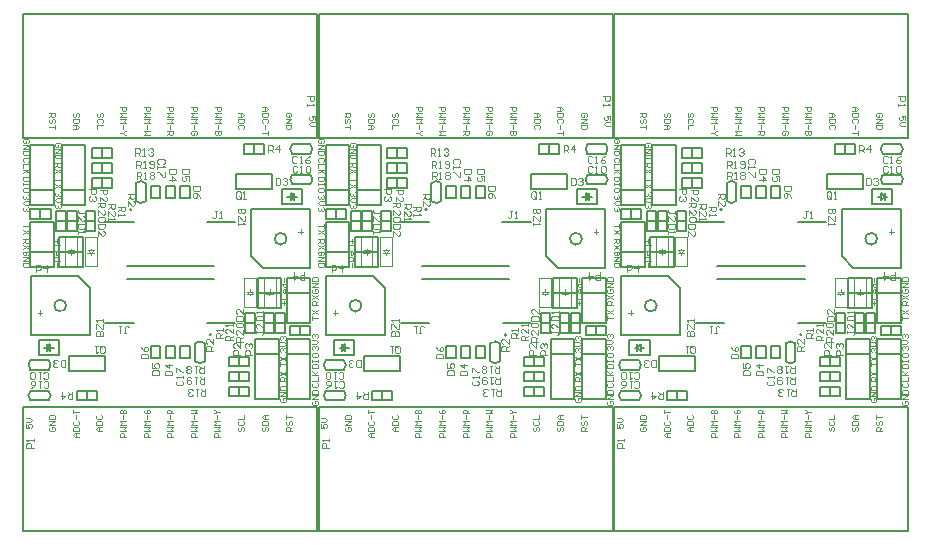
<source format=gto>
G04*
G04 #@! TF.GenerationSoftware,Altium Limited,Altium Designer,21.1.0 (24)*
G04*
G04 Layer_Color=127485*
%FSLAX25Y25*%
%MOIN*%
G70*
G04*
G04 #@! TF.SameCoordinates,3801A82C-AC67-41FB-AA52-F7C80330A8D8*
G04*
G04*
G04 #@! TF.FilePolarity,Positive*
G04*
G01*
G75*
%ADD11C,0.00787*%
%ADD34C,0.00500*%
%ADD35C,0.00394*%
%ADD36C,0.00787*%
%ADD37C,0.00600*%
D11*
X259316Y117235D02*
G03*
X259316Y117235I0J-302D01*
G01*
X283071Y126017D02*
Y136017D01*
X275197D01*
X283071Y126017D02*
X275197D01*
Y136017D01*
X283071Y131017D02*
X275197D01*
X260631Y135559D02*
X231497D01*
X267717Y120992D02*
X258355D01*
X233816D02*
X224410D01*
X274410Y95546D02*
Y115546D01*
X282284Y95546D02*
X274410D01*
X282284Y115546D02*
X274410D01*
X282284Y95546D02*
Y115546D01*
Y110546D02*
X274410D01*
X292717Y121017D02*
X284843D01*
Y136017D01*
X292717D02*
X284843D01*
X292717Y121017D02*
Y136017D01*
Y131017D02*
X284843D01*
Y95546D02*
Y115546D01*
X292717Y95546D02*
X284843D01*
X292717Y115546D02*
X284843D01*
X292717Y95546D02*
Y115546D01*
Y110546D02*
X284843D01*
X160891Y117235D02*
G03*
X160891Y117235I0J-302D01*
G01*
X184646Y126017D02*
Y136017D01*
X176772D01*
X184646Y126017D02*
X176772D01*
Y136017D01*
X184646Y131017D02*
X176772D01*
X162206Y135559D02*
X133072D01*
X169292Y120992D02*
X159930D01*
X135391D02*
X125985D01*
X175985Y95546D02*
Y115546D01*
X183859Y95546D02*
X175985D01*
X183859Y115546D02*
X175985D01*
X183859Y95546D02*
Y115546D01*
Y110546D02*
X175985D01*
X194292Y121017D02*
X186418D01*
Y136017D01*
X194292D02*
X186418D01*
X194292Y121017D02*
Y136017D01*
Y131017D02*
X186418D01*
Y95546D02*
Y115546D01*
X194292Y95546D02*
X186418D01*
X194292Y115546D02*
X186418D01*
X194292Y95546D02*
Y115546D01*
Y110546D02*
X186418D01*
X62465Y117235D02*
G03*
X62465Y117235I0J-302D01*
G01*
X86221Y126017D02*
Y136017D01*
X78347D01*
X86221Y126017D02*
X78347D01*
Y136017D01*
X86221Y131017D02*
X78347D01*
X63780Y135559D02*
X34646D01*
X70867Y120992D02*
X61505D01*
X36965D02*
X27560D01*
X77560Y95546D02*
Y115546D01*
X85434Y95546D02*
X77560D01*
X85434Y115546D02*
X77560D01*
X85434Y95546D02*
Y115546D01*
Y110546D02*
X77560D01*
X95867Y121017D02*
X87993D01*
Y136017D01*
X95867D02*
X87993D01*
X95867Y121017D02*
Y136017D01*
Y131017D02*
X87993D01*
Y95546D02*
Y115546D01*
X95867Y95546D02*
X87993D01*
X95867Y115546D02*
X87993D01*
X95867Y95546D02*
Y115546D01*
Y110546D02*
X87993D01*
X35961Y158356D02*
G03*
X35961Y158356I0J302D01*
G01*
X12206Y149573D02*
Y139573D01*
X20080D01*
X12206Y149573D02*
X20080D01*
Y139573D01*
X12206Y144573D02*
X20080D01*
X34646Y140032D02*
X63780D01*
X27560Y154599D02*
X36922D01*
X61461D02*
X70867D01*
X20867Y180044D02*
Y160044D01*
X12993Y180044D02*
X20867D01*
X12993Y160044D02*
X20867D01*
X12993Y180044D02*
Y160044D01*
Y165044D02*
X20867D01*
X2560Y154573D02*
X10434D01*
Y139573D01*
X2560D02*
X10434D01*
X2560Y154573D02*
Y139573D01*
Y144573D02*
X10434D01*
Y180044D02*
Y160044D01*
X2560Y180044D02*
X10434D01*
X2560Y160044D02*
X10434D01*
X2560Y180044D02*
Y160044D01*
Y165044D02*
X10434D01*
X134387Y158356D02*
G03*
X134387Y158356I0J302D01*
G01*
X110631Y149573D02*
Y139573D01*
X118505D01*
X110631Y149573D02*
X118505D01*
Y139573D01*
X110631Y144573D02*
X118505D01*
X133072Y140032D02*
X162206D01*
X125985Y154599D02*
X135347D01*
X159887D02*
X169292D01*
X119292Y180044D02*
Y160044D01*
X111418Y180044D02*
X119292D01*
X111418Y160044D02*
X119292D01*
X111418Y180044D02*
Y160044D01*
Y165044D02*
X119292D01*
X100985Y154573D02*
X108859D01*
Y139573D01*
X100985D02*
X108859D01*
X100985Y154573D02*
Y139573D01*
Y144573D02*
X108859D01*
Y180044D02*
Y160044D01*
X100985Y180044D02*
X108859D01*
X100985Y160044D02*
X108859D01*
X100985Y180044D02*
Y160044D01*
Y165044D02*
X108859D01*
X232812Y158356D02*
G03*
X232812Y158356I0J302D01*
G01*
X209056Y149573D02*
Y139573D01*
X216930D01*
X209056Y149573D02*
X216930D01*
Y139573D01*
X209056Y144573D02*
X216930D01*
X231497Y140032D02*
X260631D01*
X224410Y154599D02*
X233772D01*
X258312D02*
X267717D01*
X217717Y180044D02*
Y160044D01*
X209843Y180044D02*
X217717D01*
X209843Y160044D02*
X217717D01*
X209843Y180044D02*
Y160044D01*
Y165044D02*
X217717D01*
X199410Y154573D02*
X207284D01*
Y139573D01*
X199410D02*
X207284D01*
X199410Y154573D02*
Y139573D01*
Y144573D02*
X207284D01*
Y180044D02*
Y160044D01*
X199410Y180044D02*
X207284D01*
X199410Y160044D02*
X207284D01*
X199410Y180044D02*
Y160044D01*
Y165044D02*
X207284D01*
D34*
X205463Y105299D02*
G03*
X205463Y108448I-1575J1575D01*
G01*
X199400D02*
G03*
X199400Y105299I1575J-1575D01*
G01*
X254331Y108046D02*
G03*
X257481Y108046I1575J1575D01*
G01*
Y114109D02*
G03*
X254331Y114109I-1575J-1575D01*
G01*
X205463Y95153D02*
G03*
X205463Y98302I-1575J1575D01*
G01*
X199400D02*
G03*
X199400Y95153I1575J-1575D01*
G01*
X209321Y128612D02*
G03*
X209321Y128612I0J-1969D01*
G01*
X271057Y117520D02*
Y124213D01*
X274206Y117520D02*
Y124213D01*
Y117520D02*
X271057D01*
X274206Y124213D02*
X271057D01*
X274206Y120866D02*
X271057D01*
X280512D02*
X277363D01*
X280512Y124213D02*
X277363D01*
X280512Y117520D02*
X277363D01*
X280512D02*
Y124213D01*
X277363Y117520D02*
Y124213D01*
X284174Y120856D02*
X281024D01*
X284174Y124202D02*
X281024D01*
X284174Y117509D02*
X281024D01*
X284174D02*
Y124202D01*
X281024Y117509D02*
Y124202D01*
X292717Y119950D02*
X286024D01*
X292717Y116800D02*
X286024D01*
Y119950D01*
X292717Y116800D02*
Y119950D01*
X289371Y116800D02*
Y119950D01*
X272277Y104621D02*
X265584D01*
X272277Y101471D02*
X265584D01*
Y104621D01*
X272277Y101471D02*
Y104621D01*
X268931Y101471D02*
Y104621D01*
Y96472D02*
Y99621D01*
X265584Y96472D02*
Y99621D01*
X272277Y96472D02*
Y99621D01*
X265584D01*
X272277Y96472D02*
X265584D01*
X268931Y106472D02*
Y109621D01*
X272277Y106472D02*
Y109621D01*
X265584Y106472D02*
Y109621D01*
X272277Y106472D02*
X265584D01*
X272277Y109621D02*
X265584D01*
X205463Y105299D02*
X199400D01*
X205463Y108448D02*
X199400D01*
X254331Y108046D02*
Y114109D01*
X257481Y108046D02*
Y114109D01*
X252560Y109109D02*
X249410D01*
X252560Y113046D02*
X249410D01*
Y109109D02*
Y113046D01*
X252560Y109109D02*
Y113046D01*
X247639Y109109D02*
X244489D01*
X247639Y113046D02*
X244489D01*
Y109109D02*
Y113046D01*
X247639Y109109D02*
Y113046D01*
X242717Y109109D02*
X239568D01*
X242717Y113046D02*
X239568D01*
Y109109D02*
Y113046D01*
X242717Y109109D02*
Y113046D01*
X205463Y95153D02*
X199400D01*
X205463Y98302D02*
X199400D01*
X219164Y116801D02*
Y132549D01*
X215227Y136486D02*
X199479D01*
X219164Y116801D02*
X199479D01*
Y136486D01*
X219164Y132549D02*
X215227Y136486D01*
X218180Y95153D02*
Y98302D01*
X221526Y95153D02*
Y98302D01*
X214833Y95153D02*
Y98302D01*
X221526Y95153D02*
X214833D01*
X221526Y98302D02*
X214833D01*
X204794Y112602D02*
X204006D01*
X207156D02*
X205975D01*
X204794Y111421D02*
Y113783D01*
Y112602D02*
X205975Y113783D01*
Y111421D02*
X204794Y112602D01*
X205975Y111421D02*
Y113783D01*
X107038Y105299D02*
G03*
X107038Y108448I-1575J1575D01*
G01*
X100975D02*
G03*
X100975Y105299I1575J-1575D01*
G01*
X155906Y108046D02*
G03*
X159056Y108046I1575J1575D01*
G01*
Y114109D02*
G03*
X155906Y114109I-1575J-1575D01*
G01*
X107038Y95153D02*
G03*
X107038Y98302I-1575J1575D01*
G01*
X100975D02*
G03*
X100975Y95153I1575J-1575D01*
G01*
X110896Y128612D02*
G03*
X110896Y128612I0J-1969D01*
G01*
X172632Y117520D02*
Y124213D01*
X175781Y117520D02*
Y124213D01*
Y117520D02*
X172632D01*
X175781Y124213D02*
X172632D01*
X175781Y120866D02*
X172632D01*
X182087D02*
X178938D01*
X182087Y124213D02*
X178938D01*
X182087Y117520D02*
X178938D01*
X182087D02*
Y124213D01*
X178938Y117520D02*
Y124213D01*
X185749Y120856D02*
X182599D01*
X185749Y124202D02*
X182599D01*
X185749Y117509D02*
X182599D01*
X185749D02*
Y124202D01*
X182599Y117509D02*
Y124202D01*
X194292Y119950D02*
X187599D01*
X194292Y116800D02*
X187599D01*
Y119950D01*
X194292Y116800D02*
Y119950D01*
X190946Y116800D02*
Y119950D01*
X173852Y104621D02*
X167159D01*
X173852Y101471D02*
X167159D01*
Y104621D01*
X173852Y101471D02*
Y104621D01*
X170506Y101471D02*
Y104621D01*
Y96472D02*
Y99621D01*
X167159Y96472D02*
Y99621D01*
X173852Y96472D02*
Y99621D01*
X167159D01*
X173852Y96472D02*
X167159D01*
X170506Y106472D02*
Y109621D01*
X173852Y106472D02*
Y109621D01*
X167159Y106472D02*
Y109621D01*
X173852Y106472D02*
X167159D01*
X173852Y109621D02*
X167159D01*
X107038Y105299D02*
X100975D01*
X107038Y108448D02*
X100975D01*
X155906Y108046D02*
Y114109D01*
X159056Y108046D02*
Y114109D01*
X154135Y109109D02*
X150985D01*
X154135Y113046D02*
X150985D01*
Y109109D02*
Y113046D01*
X154135Y109109D02*
Y113046D01*
X149213Y109109D02*
X146064D01*
X149213Y113046D02*
X146064D01*
Y109109D02*
Y113046D01*
X149213Y109109D02*
Y113046D01*
X144292Y109109D02*
X141142D01*
X144292Y113046D02*
X141142D01*
Y109109D02*
Y113046D01*
X144292Y109109D02*
Y113046D01*
X107038Y95153D02*
X100975D01*
X107038Y98302D02*
X100975D01*
X120739Y116801D02*
Y132549D01*
X116802Y136486D02*
X101054D01*
X120739Y116801D02*
X101054D01*
Y136486D01*
X120739Y132549D02*
X116802Y136486D01*
X119755Y95153D02*
Y98302D01*
X123101Y95153D02*
Y98302D01*
X116408Y95153D02*
Y98302D01*
X123101Y95153D02*
X116408D01*
X123101Y98302D02*
X116408D01*
X106369Y112602D02*
X105581D01*
X108731D02*
X107550D01*
X106369Y111421D02*
Y113783D01*
Y112602D02*
X107550Y113783D01*
Y111421D02*
X106369Y112602D01*
X107550Y111421D02*
Y113783D01*
X8613Y105299D02*
G03*
X8613Y108448I-1575J1575D01*
G01*
X2550D02*
G03*
X2550Y105299I1575J-1575D01*
G01*
X57481Y108046D02*
G03*
X60631Y108046I1575J1575D01*
G01*
Y114109D02*
G03*
X57481Y114109I-1575J-1575D01*
G01*
X8613Y95153D02*
G03*
X8613Y98302I-1575J1575D01*
G01*
X2550D02*
G03*
X2550Y95153I1575J-1575D01*
G01*
X12471Y128612D02*
G03*
X12471Y128612I0J-1969D01*
G01*
X74207Y117520D02*
Y124213D01*
X77356Y117520D02*
Y124213D01*
Y117520D02*
X74207D01*
X77356Y124213D02*
X74207D01*
X77356Y120866D02*
X74207D01*
X83662D02*
X80512D01*
X83662Y124213D02*
X80512D01*
X83662Y117520D02*
X80512D01*
X83662D02*
Y124213D01*
X80512Y117520D02*
Y124213D01*
X87324Y120856D02*
X84174D01*
X87324Y124202D02*
X84174D01*
X87324Y117509D02*
X84174D01*
X87324D02*
Y124202D01*
X84174Y117509D02*
Y124202D01*
X95867Y119950D02*
X89174D01*
X95867Y116800D02*
X89174D01*
Y119950D01*
X95867Y116800D02*
Y119950D01*
X92520Y116800D02*
Y119950D01*
X75427Y104621D02*
X68734D01*
X75427Y101471D02*
X68734D01*
Y104621D01*
X75427Y101471D02*
Y104621D01*
X72080Y101471D02*
Y104621D01*
Y96472D02*
Y99621D01*
X68734Y96472D02*
Y99621D01*
X75427Y96472D02*
Y99621D01*
X68734D01*
X75427Y96472D02*
X68734D01*
X72080Y106472D02*
Y109621D01*
X75427Y106472D02*
Y109621D01*
X68734Y106472D02*
Y109621D01*
X75427Y106472D02*
X68734D01*
X75427Y109621D02*
X68734D01*
X8613Y105299D02*
X2550D01*
X8613Y108448D02*
X2550D01*
X57481Y108046D02*
Y114109D01*
X60631Y108046D02*
Y114109D01*
X55709Y109109D02*
X52560D01*
X55709Y113046D02*
X52560D01*
Y109109D02*
Y113046D01*
X55709Y109109D02*
Y113046D01*
X50788Y109109D02*
X47639D01*
X50788Y113046D02*
X47639D01*
Y109109D02*
Y113046D01*
X50788Y109109D02*
Y113046D01*
X45867Y109109D02*
X42717D01*
X45867Y113046D02*
X42717D01*
Y109109D02*
Y113046D01*
X45867Y109109D02*
Y113046D01*
X8613Y95153D02*
X2550D01*
X8613Y98302D02*
X2550D01*
X22313Y116801D02*
Y132549D01*
X18376Y136486D02*
X2629D01*
X22313Y116801D02*
X2629D01*
Y136486D01*
X22313Y132549D02*
X18376Y136486D01*
X21329Y95153D02*
Y98302D01*
X24676Y95153D02*
Y98302D01*
X17983Y95153D02*
Y98302D01*
X24676Y95153D02*
X17983D01*
X24676Y98302D02*
X17983D01*
X7943Y112602D02*
X7156D01*
X10306D02*
X9125D01*
X7943Y111421D02*
Y113783D01*
Y112602D02*
X9125Y113783D01*
Y111421D02*
X7943Y112602D01*
X9125Y111421D02*
Y113783D01*
X89814Y170292D02*
G03*
X89814Y167142I1575J-1575D01*
G01*
X95877D02*
G03*
X95877Y170292I-1575J1575D01*
G01*
X40946Y167544D02*
G03*
X37796Y167544I-1575J-1575D01*
G01*
Y161481D02*
G03*
X40946Y161481I1575J1575D01*
G01*
X89814Y180438D02*
G03*
X89814Y177288I1575J-1575D01*
G01*
X95877D02*
G03*
X95877Y180438I-1575J1575D01*
G01*
X85956Y146979D02*
G03*
X85956Y146979I0J1969D01*
G01*
X24220Y158071D02*
Y151378D01*
X21071Y158071D02*
Y151378D01*
Y158071D02*
X24220D01*
X21071Y151378D02*
X24220D01*
X21071Y154724D02*
X24220D01*
X14765D02*
X17914D01*
X14765Y151378D02*
X17914D01*
X14765Y158071D02*
X17914D01*
X14765D02*
Y151378D01*
X17914Y158071D02*
Y151378D01*
X11103Y154735D02*
X14253D01*
X11103Y151389D02*
X14253D01*
X11103Y158081D02*
X14253D01*
X11103D02*
Y151389D01*
X14253Y158081D02*
Y151389D01*
X2560Y155640D02*
X9253D01*
X2560Y158790D02*
X9253D01*
Y155640D01*
X2560Y158790D02*
Y155640D01*
X5906Y158790D02*
Y155640D01*
X23000Y170969D02*
X29693D01*
X23000Y174119D02*
X29693D01*
Y170969D01*
X23000Y174119D02*
Y170969D01*
X26346Y174119D02*
Y170969D01*
Y179119D02*
Y175970D01*
X29693Y179119D02*
Y175970D01*
X23000Y179119D02*
Y175970D01*
X29693D01*
X23000Y179119D02*
X29693D01*
X26346Y169119D02*
Y165970D01*
X23000Y169119D02*
Y165970D01*
X29693Y169119D02*
Y165970D01*
X23000Y169119D02*
X29693D01*
X23000Y165970D02*
X29693D01*
X89814Y170292D02*
X95877D01*
X89814Y167142D02*
X95877D01*
X40946Y167544D02*
Y161481D01*
X37796Y167544D02*
Y161481D01*
X42717Y166481D02*
X45867D01*
X42717Y162544D02*
X45867D01*
Y166481D02*
Y162544D01*
X42717Y166481D02*
Y162544D01*
X47639Y166481D02*
X50788D01*
X47639Y162544D02*
X50788D01*
Y166481D02*
Y162544D01*
X47639Y166481D02*
Y162544D01*
X52560Y166481D02*
X55709D01*
X52560Y162544D02*
X55709D01*
Y166481D02*
Y162544D01*
X52560Y166481D02*
Y162544D01*
X89814Y180438D02*
X95877D01*
X89814Y177288D02*
X95877D01*
X76113Y158790D02*
Y143042D01*
X80050Y139105D02*
X95798D01*
X76113Y158790D02*
X95798D01*
Y139105D01*
X76113Y143042D02*
X80050Y139105D01*
X77097Y180438D02*
Y177288D01*
X73751Y180438D02*
Y177288D01*
X80444Y180438D02*
Y177288D01*
X73751Y180438D02*
X80444D01*
X73751Y177288D02*
X80444D01*
X90483Y162989D02*
X91271D01*
X88121D02*
X89302D01*
X90483Y164170D02*
Y161808D01*
Y162989D02*
X89302Y161808D01*
Y164170D02*
X90483Y162989D01*
X89302Y164170D02*
Y161808D01*
X188239Y170292D02*
G03*
X188239Y167142I1575J-1575D01*
G01*
X194302D02*
G03*
X194302Y170292I-1575J1575D01*
G01*
X139371Y167544D02*
G03*
X136221Y167544I-1575J-1575D01*
G01*
Y161481D02*
G03*
X139371Y161481I1575J1575D01*
G01*
X188239Y180438D02*
G03*
X188239Y177288I1575J-1575D01*
G01*
X194302D02*
G03*
X194302Y180438I-1575J1575D01*
G01*
X184381Y146979D02*
G03*
X184381Y146979I0J1969D01*
G01*
X122645Y158071D02*
Y151378D01*
X119496Y158071D02*
Y151378D01*
Y158071D02*
X122645D01*
X119496Y151378D02*
X122645D01*
X119496Y154724D02*
X122645D01*
X113190D02*
X116340D01*
X113190Y151378D02*
X116340D01*
X113190Y158071D02*
X116340D01*
X113190D02*
Y151378D01*
X116340Y158071D02*
Y151378D01*
X109528Y154735D02*
X112678D01*
X109528Y151389D02*
X112678D01*
X109528Y158081D02*
X112678D01*
X109528D02*
Y151389D01*
X112678Y158081D02*
Y151389D01*
X100985Y155640D02*
X107678D01*
X100985Y158790D02*
X107678D01*
Y155640D01*
X100985Y158790D02*
Y155640D01*
X104332Y158790D02*
Y155640D01*
X121425Y170969D02*
X128118D01*
X121425Y174119D02*
X128118D01*
Y170969D01*
X121425Y174119D02*
Y170969D01*
X124771Y174119D02*
Y170969D01*
Y179119D02*
Y175970D01*
X128118Y179119D02*
Y175970D01*
X121425Y179119D02*
Y175970D01*
X128118D01*
X121425Y179119D02*
X128118D01*
X124771Y169119D02*
Y165970D01*
X121425Y169119D02*
Y165970D01*
X128118Y169119D02*
Y165970D01*
X121425Y169119D02*
X128118D01*
X121425Y165970D02*
X128118D01*
X188239Y170292D02*
X194302D01*
X188239Y167142D02*
X194302D01*
X139371Y167544D02*
Y161481D01*
X136221Y167544D02*
Y161481D01*
X141142Y166481D02*
X144292D01*
X141142Y162544D02*
X144292D01*
Y166481D02*
Y162544D01*
X141142Y166481D02*
Y162544D01*
X146064Y166481D02*
X149213D01*
X146064Y162544D02*
X149213D01*
Y166481D02*
Y162544D01*
X146064Y166481D02*
Y162544D01*
X150985Y166481D02*
X154135D01*
X150985Y162544D02*
X154135D01*
Y166481D02*
Y162544D01*
X150985Y166481D02*
Y162544D01*
X188239Y180438D02*
X194302D01*
X188239Y177288D02*
X194302D01*
X174538Y158790D02*
Y143042D01*
X178475Y139105D02*
X194223D01*
X174538Y158790D02*
X194223D01*
Y139105D01*
X174538Y143042D02*
X178475Y139105D01*
X175523Y180438D02*
Y177288D01*
X172176Y180438D02*
Y177288D01*
X178869Y180438D02*
Y177288D01*
X172176Y180438D02*
X178869D01*
X172176Y177288D02*
X178869D01*
X188909Y162989D02*
X189696D01*
X186546D02*
X187727D01*
X188909Y164170D02*
Y161808D01*
Y162989D02*
X187727Y161808D01*
Y164170D02*
X188909Y162989D01*
X187727Y164170D02*
Y161808D01*
X286664Y170292D02*
G03*
X286664Y167142I1575J-1575D01*
G01*
X292727D02*
G03*
X292727Y170292I-1575J1575D01*
G01*
X237796Y167544D02*
G03*
X234647Y167544I-1575J-1575D01*
G01*
Y161481D02*
G03*
X237796Y161481I1575J1575D01*
G01*
X286664Y180438D02*
G03*
X286664Y177288I1575J-1575D01*
G01*
X292727D02*
G03*
X292727Y180438I-1575J1575D01*
G01*
X282806Y146979D02*
G03*
X282806Y146979I0J1969D01*
G01*
X221071Y158071D02*
Y151378D01*
X217921Y158071D02*
Y151378D01*
Y158071D02*
X221071D01*
X217921Y151378D02*
X221071D01*
X217921Y154724D02*
X221071D01*
X211615D02*
X214765D01*
X211615Y151378D02*
X214765D01*
X211615Y158071D02*
X214765D01*
X211615D02*
Y151378D01*
X214765Y158071D02*
Y151378D01*
X207954Y154735D02*
X211103D01*
X207954Y151389D02*
X211103D01*
X207954Y158081D02*
X211103D01*
X207954D02*
Y151389D01*
X211103Y158081D02*
Y151389D01*
X199410Y155640D02*
X206103D01*
X199410Y158790D02*
X206103D01*
Y155640D01*
X199410Y158790D02*
Y155640D01*
X202757Y158790D02*
Y155640D01*
X219850Y170969D02*
X226543D01*
X219850Y174119D02*
X226543D01*
Y170969D01*
X219850Y174119D02*
Y170969D01*
X223197Y174119D02*
Y170969D01*
Y179119D02*
Y175970D01*
X226543Y179119D02*
Y175970D01*
X219850Y179119D02*
Y175970D01*
X226543D01*
X219850Y179119D02*
X226543D01*
X223197Y169119D02*
Y165970D01*
X219850Y169119D02*
Y165970D01*
X226543Y169119D02*
Y165970D01*
X219850Y169119D02*
X226543D01*
X219850Y165970D02*
X226543D01*
X286664Y170292D02*
X292727D01*
X286664Y167142D02*
X292727D01*
X237796Y167544D02*
Y161481D01*
X234647Y167544D02*
Y161481D01*
X239568Y166481D02*
X242717D01*
X239568Y162544D02*
X242717D01*
Y166481D02*
Y162544D01*
X239568Y166481D02*
Y162544D01*
X244489Y166481D02*
X247639D01*
X244489Y162544D02*
X247639D01*
Y166481D02*
Y162544D01*
X244489Y166481D02*
Y162544D01*
X249410Y166481D02*
X252560D01*
X249410Y162544D02*
X252560D01*
Y166481D02*
Y162544D01*
X249410Y166481D02*
Y162544D01*
X286664Y180438D02*
X292727D01*
X286664Y177288D02*
X292727D01*
X272964Y158790D02*
Y143042D01*
X276901Y139105D02*
X292649D01*
X272964Y158790D02*
X292649D01*
Y139105D01*
X272964Y143042D02*
X276901Y139105D01*
X273948Y180438D02*
Y177288D01*
X270601Y180438D02*
Y177288D01*
X277294Y180438D02*
Y177288D01*
X270601Y180438D02*
X277294D01*
X270601Y177288D02*
X277294D01*
X287334Y162989D02*
X288121D01*
X284971D02*
X286153D01*
X287334Y164170D02*
Y161808D01*
Y162989D02*
X286153Y161808D01*
Y164170D02*
X287334Y162989D01*
X286153Y164170D02*
Y161808D01*
D35*
X281103Y126195D02*
Y135840D01*
X277166D01*
Y126195D02*
Y135840D01*
X281103Y126195D02*
X277166D01*
X280124Y130486D02*
X278075D01*
X280065Y130539D02*
X279449Y131155D01*
X278077Y130531D02*
X278741Y131194D01*
X279095Y131332D02*
Y132041D01*
X280217Y131313D02*
X278170D01*
X279075Y130092D02*
Y130387D01*
X274600Y126208D02*
Y135854D01*
X270663D01*
Y126208D02*
Y135854D01*
X274600Y126208D02*
X270663D01*
X273621Y130500D02*
X271572D01*
X273563Y130553D02*
X272947Y131169D01*
X271574Y130545D02*
X272238Y131208D01*
X272592Y131346D02*
Y132055D01*
X273714Y131326D02*
X271667D01*
X272573Y130106D02*
Y130401D01*
X283820Y126811D02*
Y128123D01*
X283164Y127467D02*
X284476D01*
X282836Y128779D02*
X284804D01*
Y130091D01*
Y131731D02*
Y131075D01*
X284476Y130747D01*
X283820D01*
X283492Y131075D01*
Y131731D01*
X283820Y132059D01*
X284148D01*
Y130747D01*
X282836Y134027D02*
X284804D01*
Y133043D01*
X284476Y132715D01*
X283820D01*
X283492Y133043D01*
Y134027D01*
X283820Y134683D02*
Y135994D01*
X293230Y105980D02*
X295198D01*
Y106964D01*
X294870Y107292D01*
X293558D01*
X293230Y106964D01*
Y105980D01*
Y107948D02*
Y108604D01*
Y108276D01*
X295198D01*
Y107948D01*
Y108604D01*
X293230Y110572D02*
Y109916D01*
X293558Y109588D01*
X294870D01*
X295198Y109916D01*
Y110572D01*
X294870Y110900D01*
X293558D01*
X293230Y110572D01*
X293558Y94735D02*
X293230Y94407D01*
Y93751D01*
X293558Y93423D01*
X294870D01*
X295198Y93751D01*
Y94407D01*
X294870Y94735D01*
X294214D01*
Y94079D01*
X295198Y95391D02*
X293230D01*
X295198Y96703D01*
X293230D01*
Y97359D02*
X295198D01*
Y98343D01*
X294870Y98671D01*
X293558D01*
X293230Y98343D01*
Y97359D01*
X293558Y100947D02*
X293230Y100619D01*
Y99963D01*
X293558Y99635D01*
X294870D01*
X295198Y99963D01*
Y100619D01*
X294870Y100947D01*
X293230Y101603D02*
X295198D01*
Y102915D01*
X293230Y103571D02*
X295198D01*
X294542D01*
X293230Y104883D01*
X294214Y103899D01*
X295198Y104883D01*
X282928Y95947D02*
X282600Y95619D01*
Y94963D01*
X282928Y94635D01*
X284240D01*
X284568Y94963D01*
Y95619D01*
X284240Y95947D01*
X283584D01*
Y95291D01*
X284568Y96603D02*
X282600D01*
X284568Y97915D01*
X282600D01*
Y98571D02*
X284568D01*
Y99555D01*
X284240Y99883D01*
X282928D01*
X282600Y99555D01*
Y98571D01*
X284568Y101406D02*
X282600D01*
Y102390D01*
X282928Y102718D01*
X283584D01*
X283912Y102390D01*
Y101406D01*
Y102062D02*
X284568Y102718D01*
X282600Y103374D02*
X284568Y104686D01*
X282600D02*
X284568Y103374D01*
X282600Y106406D02*
Y107718D01*
Y107062D01*
X284568D01*
X282600Y108374D02*
X284568Y109686D01*
X282600D02*
X284568Y108374D01*
X282928Y111210D02*
X282600Y111538D01*
Y112194D01*
X282928Y112522D01*
X283256D01*
X283584Y112194D01*
Y111866D01*
Y112194D01*
X283912Y112522D01*
X284240D01*
X284568Y112194D01*
Y111538D01*
X284240Y111210D01*
X282600Y113178D02*
X283912D01*
X284568Y113834D01*
X283912Y114490D01*
X282600D01*
X282928Y115146D02*
X282600Y115474D01*
Y116130D01*
X282928Y116457D01*
X283256D01*
X283584Y116130D01*
Y115802D01*
Y116130D01*
X283912Y116457D01*
X284240D01*
X284568Y116130D01*
Y115474D01*
X284240Y115146D01*
X293558Y111997D02*
X293230Y112325D01*
Y112981D01*
X293558Y113309D01*
X293886D01*
X294214Y112981D01*
Y112653D01*
Y112981D01*
X294542Y113309D01*
X294870D01*
X295198Y112981D01*
Y112325D01*
X294870Y111997D01*
X293230Y113965D02*
X294542D01*
X295198Y114621D01*
X294542Y115277D01*
X293230D01*
X293558Y115933D02*
X293230Y116261D01*
Y116917D01*
X293558Y117245D01*
X293886D01*
X294214Y116917D01*
Y116589D01*
Y116917D01*
X294542Y117245D01*
X294870D01*
X295198Y116917D01*
Y116261D01*
X294870Y115933D01*
X293558Y132205D02*
X293230Y131877D01*
Y131221D01*
X293558Y130894D01*
X294870D01*
X295198Y131221D01*
Y131877D01*
X294870Y132205D01*
X294214D01*
Y131550D01*
X295198Y132861D02*
X293230D01*
X295198Y134173D01*
X293230D01*
Y134829D02*
X295198D01*
Y135813D01*
X294870Y136141D01*
X293558D01*
X293230Y135813D01*
Y134829D01*
X295198Y126877D02*
X293230D01*
Y127861D01*
X293558Y128189D01*
X294214D01*
X294542Y127861D01*
Y126877D01*
Y127533D02*
X295198Y128189D01*
X293230Y128845D02*
X295198Y130157D01*
X293230D02*
X295198Y128845D01*
X293230Y121877D02*
Y123189D01*
Y122533D01*
X295198D01*
X293230Y123845D02*
X295198Y125157D01*
X293230D02*
X295198Y123845D01*
X215591Y82835D02*
X214279D01*
X213623Y83491D01*
X214279Y84147D01*
X215591D01*
X214607D01*
Y82835D01*
X213623Y84803D02*
X215591D01*
Y85787D01*
X215263Y86115D01*
X213951D01*
X213623Y85787D01*
Y84803D01*
X213951Y88083D02*
X213623Y87755D01*
Y87099D01*
X213951Y86771D01*
X215263D01*
X215591Y87099D01*
Y87755D01*
X215263Y88083D01*
X214607Y88739D02*
Y90051D01*
X213623Y90707D02*
Y92019D01*
Y91363D01*
X215591D01*
X286457Y84803D02*
X284490D01*
Y85787D01*
X284818Y86115D01*
X285473D01*
X285802Y85787D01*
Y84803D01*
Y85459D02*
X286457Y86115D01*
X284818Y88083D02*
X284490Y87755D01*
Y87099D01*
X284818Y86771D01*
X285145D01*
X285473Y87099D01*
Y87755D01*
X285802Y88083D01*
X286129D01*
X286457Y87755D01*
Y87099D01*
X286129Y86771D01*
X284490Y88739D02*
Y90051D01*
Y89395D01*
X286457D01*
X276865Y86115D02*
X276537Y85787D01*
Y85131D01*
X276865Y84803D01*
X277193D01*
X277521Y85131D01*
Y85787D01*
X277849Y86115D01*
X278177D01*
X278505Y85787D01*
Y85131D01*
X278177Y84803D01*
X276537Y86771D02*
X278505D01*
Y87755D01*
X278177Y88083D01*
X276865D01*
X276537Y87755D01*
Y86771D01*
X278505Y88739D02*
X277193D01*
X276537Y89395D01*
X277193Y90051D01*
X278505D01*
X277521D01*
Y88739D01*
X268912Y86115D02*
X268584Y85787D01*
Y85131D01*
X268912Y84803D01*
X269240D01*
X269568Y85131D01*
Y85787D01*
X269896Y86115D01*
X270224D01*
X270552Y85787D01*
Y85131D01*
X270224Y84803D01*
X268912Y88083D02*
X268584Y87755D01*
Y87099D01*
X268912Y86771D01*
X270224D01*
X270552Y87099D01*
Y87755D01*
X270224Y88083D01*
X268584Y88739D02*
X270552D01*
Y90051D01*
X262717Y82835D02*
X260749D01*
Y83819D01*
X261077Y84147D01*
X261733D01*
X262061Y83819D01*
Y82835D01*
X260749Y84803D02*
X262717D01*
X262061Y85459D01*
X262717Y86115D01*
X260749D01*
X262717Y86771D02*
X260749D01*
X261405Y87427D01*
X260749Y88083D01*
X262717D01*
X261733Y88739D02*
Y90051D01*
X260749Y90707D02*
X261077D01*
X261733Y91363D01*
X261077Y92019D01*
X260749D01*
X261733Y91363D02*
X262717D01*
X254843Y82835D02*
X252875D01*
Y83819D01*
X253203Y84147D01*
X253859D01*
X254187Y83819D01*
Y82835D01*
X252875Y84803D02*
X254843D01*
X254187Y85459D01*
X254843Y86115D01*
X252875D01*
X254843Y86771D02*
X252875D01*
X253531Y87427D01*
X252875Y88083D01*
X254843D01*
X253859Y88739D02*
Y90051D01*
X252875Y90707D02*
X254843D01*
X254187Y91363D01*
X254843Y92019D01*
X252875D01*
X247048Y82835D02*
X245080D01*
Y83819D01*
X245408Y84147D01*
X246064D01*
X246392Y83819D01*
Y82835D01*
X245080Y84803D02*
X247048D01*
X246392Y85459D01*
X247048Y86115D01*
X245080D01*
X247048Y86771D02*
X245080D01*
X245736Y87427D01*
X245080Y88083D01*
X247048D01*
X246064Y88739D02*
Y90051D01*
X247048Y90707D02*
X245080D01*
Y91691D01*
X245408Y92019D01*
X246064D01*
X246392Y91691D01*
Y90707D01*
Y91363D02*
X247048Y92019D01*
X239135Y82835D02*
X237167D01*
Y83819D01*
X237495Y84147D01*
X238151D01*
X238479Y83819D01*
Y82835D01*
X237167Y84803D02*
X239135D01*
X238479Y85459D01*
X239135Y86115D01*
X237167D01*
X239135Y86771D02*
X237167D01*
X237823Y87427D01*
X237167Y88083D01*
X239135D01*
X238151Y88739D02*
Y90051D01*
X237495Y92019D02*
X237167Y91691D01*
Y91035D01*
X237495Y90707D01*
X238807D01*
X239135Y91035D01*
Y91691D01*
X238807Y92019D01*
X238151D01*
Y91363D01*
X231300Y82835D02*
X229332D01*
Y83819D01*
X229660Y84147D01*
X230316D01*
X230644Y83819D01*
Y82835D01*
X229332Y84803D02*
X231300D01*
X230644Y85459D01*
X231300Y86115D01*
X229332D01*
X231300Y86771D02*
X229332D01*
X229988Y87427D01*
X229332Y88083D01*
X231300D01*
X230316Y88739D02*
Y90051D01*
X229332Y90707D02*
X231300D01*
Y91691D01*
X230972Y92019D01*
X230644D01*
X230316Y91691D01*
Y90707D01*
Y91691D01*
X229988Y92019D01*
X229660D01*
X229332Y91691D01*
Y90707D01*
X223387Y84803D02*
X222075D01*
X221419Y85459D01*
X222075Y86115D01*
X223387D01*
X222403D01*
Y84803D01*
X221419Y86771D02*
X223387D01*
Y87755D01*
X223059Y88083D01*
X221747D01*
X221419Y87755D01*
Y86771D01*
X221747Y90051D02*
X221419Y89723D01*
Y89067D01*
X221747Y88739D01*
X223059D01*
X223387Y89067D01*
Y89723D01*
X223059Y90051D01*
X206038Y86115D02*
X205710Y85787D01*
Y85131D01*
X206038Y84803D01*
X207350D01*
X207678Y85131D01*
Y85787D01*
X207350Y86115D01*
X206694D01*
Y85459D01*
X207678Y86771D02*
X205710D01*
X207678Y88083D01*
X205710D01*
Y88739D02*
X207678D01*
Y89723D01*
X207350Y90051D01*
X206038D01*
X205710Y89723D01*
Y88739D01*
X197954Y87099D02*
Y85787D01*
X198938D01*
X198610Y86443D01*
Y86771D01*
X198938Y87099D01*
X199594D01*
X199922Y86771D01*
Y86115D01*
X199594Y85787D01*
X197954Y87755D02*
X199266D01*
X199922Y88411D01*
X199266Y89067D01*
X197954D01*
X202628Y125069D02*
Y123494D01*
X203415Y124282D02*
X201841D01*
X263465Y115906D02*
X261104D01*
Y117087D01*
X261497Y117480D01*
X262284D01*
X262678Y117087D01*
Y115906D01*
Y116693D02*
X263465Y117480D01*
Y118268D02*
Y119055D01*
Y118661D01*
X261104D01*
X261497Y118268D01*
X274647Y118307D02*
Y117520D01*
Y117914D01*
X276615D01*
X277008Y117520D01*
Y117127D01*
X276615Y116733D01*
X277008Y120669D02*
Y119094D01*
X275434Y120669D01*
X275040D01*
X274647Y120275D01*
Y119488D01*
X275040Y119094D01*
X274647Y121772D02*
X277008D01*
Y122953D01*
X276615Y123346D01*
X275040D01*
X274647Y122953D01*
Y121772D01*
X277008Y124134D02*
Y124921D01*
Y124527D01*
X274647D01*
X275040Y124134D01*
X248426Y101669D02*
X248032Y101275D01*
Y100488D01*
X248426Y100094D01*
X250000D01*
X250394Y100488D01*
Y101275D01*
X250000Y101669D01*
X250394Y102456D02*
Y103243D01*
Y102849D01*
X248032D01*
X248426Y102456D01*
X248032Y104424D02*
Y105998D01*
X248426D01*
X250000Y104424D01*
X250394D01*
X244251Y103403D02*
X246612D01*
Y104584D01*
X246219Y104978D01*
X244644D01*
X244251Y104584D01*
Y103403D01*
X246612Y106945D02*
X244251D01*
X245431Y105765D01*
Y107339D01*
X239930Y103461D02*
X242292D01*
Y104641D01*
X241898Y105035D01*
X240324D01*
X239930Y104641D01*
Y103461D01*
Y107396D02*
Y105822D01*
X241111D01*
X240718Y106609D01*
Y107003D01*
X241111Y107396D01*
X241898D01*
X242292Y107003D01*
Y106216D01*
X241898Y105822D01*
X236158Y109056D02*
X238520D01*
Y110237D01*
X238126Y110631D01*
X236552D01*
X236158Y110237D01*
Y109056D01*
Y112992D02*
X236552Y112205D01*
X237339Y111418D01*
X238126D01*
X238520Y111811D01*
Y112599D01*
X238126Y112992D01*
X237733D01*
X237339Y112599D01*
Y111418D01*
X203819Y99488D02*
X204213Y99095D01*
X205000D01*
X205394Y99488D01*
Y101063D01*
X205000Y101456D01*
X204213D01*
X203819Y101063D01*
X203032Y101456D02*
X202245D01*
X202639D01*
Y99095D01*
X203032Y99488D01*
X199490Y99095D02*
X200277Y99488D01*
X201064Y100276D01*
Y101063D01*
X200671Y101456D01*
X199883D01*
X199490Y101063D01*
Y100669D01*
X199883Y100276D01*
X201064D01*
X230541Y117520D02*
X231328D01*
X230934D01*
Y119488D01*
X231328Y119882D01*
X231721D01*
X232115Y119488D01*
X229754Y119882D02*
X228966D01*
X229360D01*
Y117520D01*
X229754Y117914D01*
X221309Y116639D02*
X223671D01*
Y117820D01*
X223277Y118214D01*
X222884D01*
X222490Y117820D01*
Y116639D01*
Y117820D01*
X222097Y118214D01*
X221703D01*
X221309Y117820D01*
Y116639D01*
Y119001D02*
Y120575D01*
X221703D01*
X223277Y119001D01*
X223671D01*
Y120575D01*
Y121362D02*
Y122150D01*
Y121756D01*
X221309D01*
X221703Y121362D01*
X222564Y112832D02*
Y111258D01*
X222957Y110864D01*
X223745D01*
X224138Y111258D01*
Y112832D01*
X223745Y113226D01*
X222957D01*
X223351Y112438D02*
X222564Y113226D01*
X222957D02*
X222564Y112832D01*
X221777Y113226D02*
X220989D01*
X221383D01*
Y110864D01*
X221777Y111258D01*
X213425Y97874D02*
Y95512D01*
X212245D01*
X211851Y95906D01*
Y96693D01*
X212245Y97087D01*
X213425D01*
X212638D02*
X211851Y97874D01*
X209883D02*
Y95512D01*
X211064Y96693D01*
X209490D01*
X211024Y106300D02*
Y108661D01*
X209843D01*
X209449Y108267D01*
Y106693D01*
X209843Y106300D01*
X211024D01*
X208662Y106693D02*
X208269Y106300D01*
X207482D01*
X207088Y106693D01*
Y107087D01*
X207482Y107480D01*
X207875D01*
X207482D01*
X207088Y107874D01*
Y108267D01*
X207482Y108661D01*
X208269D01*
X208662Y108267D01*
X203741Y102638D02*
X204134Y102244D01*
X204921D01*
X205315Y102638D01*
Y104212D01*
X204921Y104606D01*
X204134D01*
X203741Y104212D01*
X202953Y104606D02*
X202166D01*
X202560D01*
Y102244D01*
X202953Y102638D01*
X200985D02*
X200592Y102244D01*
X199805D01*
X199411Y102638D01*
Y104212D01*
X199805Y104606D01*
X200592D01*
X200985Y104212D01*
Y102638D01*
X257756Y98897D02*
Y96536D01*
X256575D01*
X256181Y96929D01*
Y97716D01*
X256575Y98110D01*
X257756D01*
X256969D02*
X256181Y98897D01*
X255394D02*
X254607D01*
X255001D01*
Y96536D01*
X255394Y96929D01*
X253426D02*
X253033Y96536D01*
X252246D01*
X251852Y96929D01*
Y97323D01*
X252246Y97716D01*
X252639D01*
X252246D01*
X251852Y98110D01*
Y98504D01*
X252246Y98897D01*
X253033D01*
X253426Y98504D01*
X269410Y110237D02*
X267048D01*
Y111418D01*
X267442Y111811D01*
X268229D01*
X268623Y111418D01*
Y110237D01*
X269410Y114173D02*
Y112598D01*
X267835Y114173D01*
X267442D01*
X267048Y113779D01*
Y112992D01*
X267442Y112598D01*
X273307Y110158D02*
X270946D01*
Y111339D01*
X271340Y111732D01*
X272127D01*
X272520Y111339D01*
Y110158D01*
X271340Y112520D02*
X270946Y112913D01*
Y113700D01*
X271340Y114094D01*
X271733D01*
X272127Y113700D01*
Y113307D01*
Y113700D01*
X272520Y114094D01*
X272914D01*
X273307Y113700D01*
Y112913D01*
X272914Y112520D01*
X290748Y137716D02*
Y135355D01*
X289567D01*
X289174Y135748D01*
Y136535D01*
X289567Y136929D01*
X290748D01*
X287206Y137716D02*
Y135355D01*
X288387Y136535D01*
X286812D01*
X257283Y106646D02*
Y104284D01*
X256103D01*
X255709Y104678D01*
Y105465D01*
X256103Y105858D01*
X257283D01*
X256496D02*
X255709Y106646D01*
X254922D02*
X254135D01*
X254528D01*
Y104284D01*
X254922Y104678D01*
X252954D02*
X252560Y104284D01*
X251773D01*
X251380Y104678D01*
Y105071D01*
X251773Y105465D01*
X251380Y105858D01*
Y106252D01*
X251773Y106646D01*
X252560D01*
X252954Y106252D01*
Y105858D01*
X252560Y105465D01*
X252954Y105071D01*
Y104678D01*
X252560Y105465D02*
X251773D01*
X257401Y102992D02*
Y100630D01*
X256221D01*
X255827Y101024D01*
Y101811D01*
X256221Y102205D01*
X257401D01*
X256614D02*
X255827Y102992D01*
X255040D02*
X254253D01*
X254646D01*
Y100630D01*
X255040Y101024D01*
X253072Y102598D02*
X252678Y102992D01*
X251891D01*
X251498Y102598D01*
Y101024D01*
X251891Y100630D01*
X252678D01*
X253072Y101024D01*
Y101417D01*
X252678Y101811D01*
X251498D01*
X270197Y114647D02*
X267836D01*
Y115827D01*
X268229Y116221D01*
X269017D01*
X269410Y115827D01*
Y114647D01*
Y115434D02*
X270197Y116221D01*
Y118582D02*
Y117008D01*
X268623Y118582D01*
X268229D01*
X267836Y118189D01*
Y117402D01*
X268229Y117008D01*
Y119370D02*
X267836Y119763D01*
Y120550D01*
X268229Y120944D01*
X269804D01*
X270197Y120550D01*
Y119763D01*
X269804Y119370D01*
X268229D01*
X266772Y115040D02*
X264411D01*
Y116221D01*
X264804Y116615D01*
X265591D01*
X265985Y116221D01*
Y115040D01*
Y115827D02*
X266772Y116615D01*
Y118976D02*
Y117402D01*
X265198Y118976D01*
X264804D01*
X264411Y118582D01*
Y117795D01*
X264804Y117402D01*
X266772Y119763D02*
Y120550D01*
Y120157D01*
X264411D01*
X264804Y119763D01*
X260355Y111654D02*
X257993D01*
Y112835D01*
X258387Y113228D01*
X259174D01*
X259568Y112835D01*
Y111654D01*
Y112441D02*
X260355Y113228D01*
Y115590D02*
Y114016D01*
X258780Y115590D01*
X258387D01*
X257993Y115196D01*
Y114409D01*
X258387Y114016D01*
X267993Y121654D02*
X270355D01*
Y122835D01*
X269961Y123229D01*
X268387D01*
X267993Y122835D01*
Y121654D01*
X270355Y125590D02*
Y124016D01*
X268780Y125590D01*
X268387D01*
X267993Y125196D01*
Y124409D01*
X268387Y124016D01*
X200433Y79204D02*
X198072D01*
Y80384D01*
X198466Y80778D01*
X199253D01*
X199646Y80384D01*
Y79204D01*
X200433Y81565D02*
Y82352D01*
Y81959D01*
X198072D01*
X198466Y81565D01*
X182678Y126195D02*
Y135840D01*
X178741D01*
Y126195D02*
Y135840D01*
X182678Y126195D02*
X178741D01*
X181699Y130486D02*
X179650D01*
X181640Y130539D02*
X181024Y131155D01*
X179652Y130531D02*
X180315Y131194D01*
X180670Y131332D02*
Y132041D01*
X181792Y131313D02*
X179745D01*
X180650Y130092D02*
Y130387D01*
X176175Y126208D02*
Y135854D01*
X172238D01*
Y126208D02*
Y135854D01*
X176175Y126208D02*
X172238D01*
X175196Y130500D02*
X173147D01*
X175138Y130553D02*
X174521Y131169D01*
X173149Y130545D02*
X173813Y131208D01*
X174167Y131346D02*
Y132055D01*
X175289Y131326D02*
X173242D01*
X174147Y130106D02*
Y130401D01*
X185395Y126811D02*
Y128123D01*
X184739Y127467D02*
X186051D01*
X184411Y128779D02*
X186379D01*
Y130091D01*
Y131731D02*
Y131075D01*
X186051Y130747D01*
X185395D01*
X185067Y131075D01*
Y131731D01*
X185395Y132059D01*
X185723D01*
Y130747D01*
X184411Y134027D02*
X186379D01*
Y133043D01*
X186051Y132715D01*
X185395D01*
X185067Y133043D01*
Y134027D01*
X185395Y134683D02*
Y135994D01*
X194805Y105980D02*
X196772D01*
Y106964D01*
X196444Y107292D01*
X195133D01*
X194805Y106964D01*
Y105980D01*
Y107948D02*
Y108604D01*
Y108276D01*
X196772D01*
Y107948D01*
Y108604D01*
X194805Y110572D02*
Y109916D01*
X195133Y109588D01*
X196444D01*
X196772Y109916D01*
Y110572D01*
X196444Y110900D01*
X195133D01*
X194805Y110572D01*
X195133Y94735D02*
X194805Y94407D01*
Y93751D01*
X195133Y93423D01*
X196444D01*
X196772Y93751D01*
Y94407D01*
X196444Y94735D01*
X195789D01*
Y94079D01*
X196772Y95391D02*
X194805D01*
X196772Y96703D01*
X194805D01*
Y97359D02*
X196772D01*
Y98343D01*
X196444Y98671D01*
X195133D01*
X194805Y98343D01*
Y97359D01*
X195133Y100947D02*
X194805Y100619D01*
Y99963D01*
X195133Y99635D01*
X196444D01*
X196772Y99963D01*
Y100619D01*
X196444Y100947D01*
X194805Y101603D02*
X196772D01*
Y102915D01*
X194805Y103571D02*
X196772D01*
X196116D01*
X194805Y104883D01*
X195789Y103899D01*
X196772Y104883D01*
X184503Y95947D02*
X184175Y95619D01*
Y94963D01*
X184503Y94635D01*
X185814D01*
X186143Y94963D01*
Y95619D01*
X185814Y95947D01*
X185159D01*
Y95291D01*
X186143Y96603D02*
X184175D01*
X186143Y97915D01*
X184175D01*
Y98571D02*
X186143D01*
Y99555D01*
X185814Y99883D01*
X184503D01*
X184175Y99555D01*
Y98571D01*
X186143Y101406D02*
X184175D01*
Y102390D01*
X184503Y102718D01*
X185159D01*
X185487Y102390D01*
Y101406D01*
Y102062D02*
X186143Y102718D01*
X184175Y103374D02*
X186143Y104686D01*
X184175D02*
X186143Y103374D01*
X184175Y106406D02*
Y107718D01*
Y107062D01*
X186143D01*
X184175Y108374D02*
X186143Y109686D01*
X184175D02*
X186143Y108374D01*
X184503Y111210D02*
X184175Y111538D01*
Y112194D01*
X184503Y112522D01*
X184831D01*
X185159Y112194D01*
Y111866D01*
Y112194D01*
X185487Y112522D01*
X185814D01*
X186143Y112194D01*
Y111538D01*
X185814Y111210D01*
X184175Y113178D02*
X185487D01*
X186143Y113834D01*
X185487Y114490D01*
X184175D01*
X184503Y115146D02*
X184175Y115474D01*
Y116130D01*
X184503Y116457D01*
X184831D01*
X185159Y116130D01*
Y115802D01*
Y116130D01*
X185487Y116457D01*
X185814D01*
X186143Y116130D01*
Y115474D01*
X185814Y115146D01*
X195133Y111997D02*
X194805Y112325D01*
Y112981D01*
X195133Y113309D01*
X195460D01*
X195789Y112981D01*
Y112653D01*
Y112981D01*
X196116Y113309D01*
X196444D01*
X196772Y112981D01*
Y112325D01*
X196444Y111997D01*
X194805Y113965D02*
X196116D01*
X196772Y114621D01*
X196116Y115277D01*
X194805D01*
X195133Y115933D02*
X194805Y116261D01*
Y116917D01*
X195133Y117245D01*
X195460D01*
X195789Y116917D01*
Y116589D01*
Y116917D01*
X196116Y117245D01*
X196444D01*
X196772Y116917D01*
Y116261D01*
X196444Y115933D01*
X195133Y132205D02*
X194805Y131877D01*
Y131221D01*
X195133Y130894D01*
X196444D01*
X196772Y131221D01*
Y131877D01*
X196444Y132205D01*
X195789D01*
Y131550D01*
X196772Y132861D02*
X194805D01*
X196772Y134173D01*
X194805D01*
Y134829D02*
X196772D01*
Y135813D01*
X196444Y136141D01*
X195133D01*
X194805Y135813D01*
Y134829D01*
X196772Y126877D02*
X194805D01*
Y127861D01*
X195133Y128189D01*
X195789D01*
X196116Y127861D01*
Y126877D01*
Y127533D02*
X196772Y128189D01*
X194805Y128845D02*
X196772Y130157D01*
X194805D02*
X196772Y128845D01*
X194805Y121877D02*
Y123189D01*
Y122533D01*
X196772D01*
X194805Y123845D02*
X196772Y125157D01*
X194805D02*
X196772Y123845D01*
X117166Y82835D02*
X115854D01*
X115198Y83491D01*
X115854Y84147D01*
X117166D01*
X116182D01*
Y82835D01*
X115198Y84803D02*
X117166D01*
Y85787D01*
X116838Y86115D01*
X115526D01*
X115198Y85787D01*
Y84803D01*
X115526Y88083D02*
X115198Y87755D01*
Y87099D01*
X115526Y86771D01*
X116838D01*
X117166Y87099D01*
Y87755D01*
X116838Y88083D01*
X116182Y88739D02*
Y90051D01*
X115198Y90707D02*
Y92019D01*
Y91363D01*
X117166D01*
X188032Y84803D02*
X186064D01*
Y85787D01*
X186392Y86115D01*
X187048D01*
X187376Y85787D01*
Y84803D01*
Y85459D02*
X188032Y86115D01*
X186392Y88083D02*
X186064Y87755D01*
Y87099D01*
X186392Y86771D01*
X186720D01*
X187048Y87099D01*
Y87755D01*
X187376Y88083D01*
X187704D01*
X188032Y87755D01*
Y87099D01*
X187704Y86771D01*
X186064Y88739D02*
Y90051D01*
Y89395D01*
X188032D01*
X178440Y86115D02*
X178112Y85787D01*
Y85131D01*
X178440Y84803D01*
X178768D01*
X179096Y85131D01*
Y85787D01*
X179424Y86115D01*
X179752D01*
X180079Y85787D01*
Y85131D01*
X179752Y84803D01*
X178112Y86771D02*
X180079D01*
Y87755D01*
X179752Y88083D01*
X178440D01*
X178112Y87755D01*
Y86771D01*
X180079Y88739D02*
X178768D01*
X178112Y89395D01*
X178768Y90051D01*
X180079D01*
X179096D01*
Y88739D01*
X170487Y86115D02*
X170159Y85787D01*
Y85131D01*
X170487Y84803D01*
X170815D01*
X171143Y85131D01*
Y85787D01*
X171471Y86115D01*
X171799D01*
X172127Y85787D01*
Y85131D01*
X171799Y84803D01*
X170487Y88083D02*
X170159Y87755D01*
Y87099D01*
X170487Y86771D01*
X171799D01*
X172127Y87099D01*
Y87755D01*
X171799Y88083D01*
X170159Y88739D02*
X172127D01*
Y90051D01*
X164292Y82835D02*
X162324D01*
Y83819D01*
X162652Y84147D01*
X163308D01*
X163636Y83819D01*
Y82835D01*
X162324Y84803D02*
X164292D01*
X163636Y85459D01*
X164292Y86115D01*
X162324D01*
X164292Y86771D02*
X162324D01*
X162980Y87427D01*
X162324Y88083D01*
X164292D01*
X163308Y88739D02*
Y90051D01*
X162324Y90707D02*
X162652D01*
X163308Y91363D01*
X162652Y92019D01*
X162324D01*
X163308Y91363D02*
X164292D01*
X156418Y82835D02*
X154450D01*
Y83819D01*
X154778Y84147D01*
X155434D01*
X155762Y83819D01*
Y82835D01*
X154450Y84803D02*
X156418D01*
X155762Y85459D01*
X156418Y86115D01*
X154450D01*
X156418Y86771D02*
X154450D01*
X155106Y87427D01*
X154450Y88083D01*
X156418D01*
X155434Y88739D02*
Y90051D01*
X154450Y90707D02*
X156418D01*
X155762Y91363D01*
X156418Y92019D01*
X154450D01*
X148623Y82835D02*
X146655D01*
Y83819D01*
X146983Y84147D01*
X147639D01*
X147967Y83819D01*
Y82835D01*
X146655Y84803D02*
X148623D01*
X147967Y85459D01*
X148623Y86115D01*
X146655D01*
X148623Y86771D02*
X146655D01*
X147311Y87427D01*
X146655Y88083D01*
X148623D01*
X147639Y88739D02*
Y90051D01*
X148623Y90707D02*
X146655D01*
Y91691D01*
X146983Y92019D01*
X147639D01*
X147967Y91691D01*
Y90707D01*
Y91363D02*
X148623Y92019D01*
X140709Y82835D02*
X138742D01*
Y83819D01*
X139069Y84147D01*
X139725D01*
X140053Y83819D01*
Y82835D01*
X138742Y84803D02*
X140709D01*
X140053Y85459D01*
X140709Y86115D01*
X138742D01*
X140709Y86771D02*
X138742D01*
X139398Y87427D01*
X138742Y88083D01*
X140709D01*
X139725Y88739D02*
Y90051D01*
X139069Y92019D02*
X138742Y91691D01*
Y91035D01*
X139069Y90707D01*
X140381D01*
X140709Y91035D01*
Y91691D01*
X140381Y92019D01*
X139725D01*
Y91363D01*
X132875Y82835D02*
X130907D01*
Y83819D01*
X131235Y84147D01*
X131891D01*
X132219Y83819D01*
Y82835D01*
X130907Y84803D02*
X132875D01*
X132219Y85459D01*
X132875Y86115D01*
X130907D01*
X132875Y86771D02*
X130907D01*
X131563Y87427D01*
X130907Y88083D01*
X132875D01*
X131891Y88739D02*
Y90051D01*
X130907Y90707D02*
X132875D01*
Y91691D01*
X132547Y92019D01*
X132219D01*
X131891Y91691D01*
Y90707D01*
Y91691D01*
X131563Y92019D01*
X131235D01*
X130907Y91691D01*
Y90707D01*
X124961Y84803D02*
X123650D01*
X122994Y85459D01*
X123650Y86115D01*
X124961D01*
X123977D01*
Y84803D01*
X122994Y86771D02*
X124961D01*
Y87755D01*
X124633Y88083D01*
X123321D01*
X122994Y87755D01*
Y86771D01*
X123321Y90051D02*
X122994Y89723D01*
Y89067D01*
X123321Y88739D01*
X124633D01*
X124961Y89067D01*
Y89723D01*
X124633Y90051D01*
X107613Y86115D02*
X107285Y85787D01*
Y85131D01*
X107613Y84803D01*
X108925D01*
X109253Y85131D01*
Y85787D01*
X108925Y86115D01*
X108269D01*
Y85459D01*
X109253Y86771D02*
X107285D01*
X109253Y88083D01*
X107285D01*
Y88739D02*
X109253D01*
Y89723D01*
X108925Y90051D01*
X107613D01*
X107285Y89723D01*
Y88739D01*
X99529Y87099D02*
Y85787D01*
X100513D01*
X100185Y86443D01*
Y86771D01*
X100513Y87099D01*
X101169D01*
X101497Y86771D01*
Y86115D01*
X101169Y85787D01*
X99529Y87755D02*
X100841D01*
X101497Y88411D01*
X100841Y89067D01*
X99529D01*
X104203Y125069D02*
Y123494D01*
X104990Y124282D02*
X103416D01*
X165040Y115906D02*
X162678D01*
Y117087D01*
X163072Y117480D01*
X163859D01*
X164253Y117087D01*
Y115906D01*
Y116693D02*
X165040Y117480D01*
Y118268D02*
Y119055D01*
Y118661D01*
X162678D01*
X163072Y118268D01*
X176222Y118307D02*
Y117520D01*
Y117914D01*
X178190D01*
X178583Y117520D01*
Y117127D01*
X178190Y116733D01*
X178583Y120669D02*
Y119094D01*
X177009Y120669D01*
X176615D01*
X176222Y120275D01*
Y119488D01*
X176615Y119094D01*
X176222Y121772D02*
X178583D01*
Y122953D01*
X178190Y123346D01*
X176615D01*
X176222Y122953D01*
Y121772D01*
X178583Y124134D02*
Y124921D01*
Y124527D01*
X176222D01*
X176615Y124134D01*
X150001Y101669D02*
X149607Y101275D01*
Y100488D01*
X150001Y100094D01*
X151575D01*
X151969Y100488D01*
Y101275D01*
X151575Y101669D01*
X151969Y102456D02*
Y103243D01*
Y102849D01*
X149607D01*
X150001Y102456D01*
X149607Y104424D02*
Y105998D01*
X150001D01*
X151575Y104424D01*
X151969D01*
X145826Y103403D02*
X148187D01*
Y104584D01*
X147793Y104978D01*
X146219D01*
X145826Y104584D01*
Y103403D01*
X148187Y106945D02*
X145826D01*
X147006Y105765D01*
Y107339D01*
X141505Y103461D02*
X143867D01*
Y104641D01*
X143473Y105035D01*
X141899D01*
X141505Y104641D01*
Y103461D01*
Y107396D02*
Y105822D01*
X142686D01*
X142292Y106609D01*
Y107003D01*
X142686Y107396D01*
X143473D01*
X143867Y107003D01*
Y106216D01*
X143473Y105822D01*
X137733Y109056D02*
X140095D01*
Y110237D01*
X139701Y110631D01*
X138127D01*
X137733Y110237D01*
Y109056D01*
Y112992D02*
X138127Y112205D01*
X138914Y111418D01*
X139701D01*
X140095Y111811D01*
Y112599D01*
X139701Y112992D01*
X139307D01*
X138914Y112599D01*
Y111418D01*
X105394Y99488D02*
X105788Y99095D01*
X106575D01*
X106968Y99488D01*
Y101063D01*
X106575Y101456D01*
X105788D01*
X105394Y101063D01*
X104607Y101456D02*
X103820D01*
X104213D01*
Y99095D01*
X104607Y99488D01*
X101065Y99095D02*
X101852Y99488D01*
X102639Y100276D01*
Y101063D01*
X102245Y101456D01*
X101458D01*
X101065Y101063D01*
Y100669D01*
X101458Y100276D01*
X102639D01*
X132115Y117520D02*
X132903D01*
X132509D01*
Y119488D01*
X132903Y119882D01*
X133296D01*
X133690Y119488D01*
X131328Y119882D02*
X130541D01*
X130935D01*
Y117520D01*
X131328Y117914D01*
X122884Y116639D02*
X125246D01*
Y117820D01*
X124852Y118214D01*
X124459D01*
X124065Y117820D01*
Y116639D01*
Y117820D01*
X123671Y118214D01*
X123278D01*
X122884Y117820D01*
Y116639D01*
Y119001D02*
Y120575D01*
X123278D01*
X124852Y119001D01*
X125246D01*
Y120575D01*
Y121362D02*
Y122150D01*
Y121756D01*
X122884D01*
X123278Y121362D01*
X124139Y112832D02*
Y111258D01*
X124532Y110864D01*
X125319D01*
X125713Y111258D01*
Y112832D01*
X125319Y113226D01*
X124532D01*
X124926Y112438D02*
X124139Y113226D01*
X124532D02*
X124139Y112832D01*
X123351Y113226D02*
X122564D01*
X122958D01*
Y110864D01*
X123351Y111258D01*
X115000Y97874D02*
Y95512D01*
X113819D01*
X113426Y95906D01*
Y96693D01*
X113819Y97087D01*
X115000D01*
X114213D02*
X113426Y97874D01*
X111458D02*
Y95512D01*
X112639Y96693D01*
X111064D01*
X112599Y106300D02*
Y108661D01*
X111418D01*
X111024Y108267D01*
Y106693D01*
X111418Y106300D01*
X112599D01*
X110237Y106693D02*
X109844Y106300D01*
X109056D01*
X108663Y106693D01*
Y107087D01*
X109056Y107480D01*
X109450D01*
X109056D01*
X108663Y107874D01*
Y108267D01*
X109056Y108661D01*
X109844D01*
X110237Y108267D01*
X105315Y102638D02*
X105709Y102244D01*
X106496D01*
X106890Y102638D01*
Y104212D01*
X106496Y104606D01*
X105709D01*
X105315Y104212D01*
X104528Y104606D02*
X103741D01*
X104135D01*
Y102244D01*
X104528Y102638D01*
X102560D02*
X102167Y102244D01*
X101380D01*
X100986Y102638D01*
Y104212D01*
X101380Y104606D01*
X102167D01*
X102560Y104212D01*
Y102638D01*
X159330Y98897D02*
Y96536D01*
X158150D01*
X157756Y96929D01*
Y97716D01*
X158150Y98110D01*
X159330D01*
X158543D02*
X157756Y98897D01*
X156969D02*
X156182D01*
X156576D01*
Y96536D01*
X156969Y96929D01*
X155001D02*
X154608Y96536D01*
X153821D01*
X153427Y96929D01*
Y97323D01*
X153821Y97716D01*
X154214D01*
X153821D01*
X153427Y98110D01*
Y98504D01*
X153821Y98897D01*
X154608D01*
X155001Y98504D01*
X170985Y110237D02*
X168623D01*
Y111418D01*
X169017Y111811D01*
X169804D01*
X170197Y111418D01*
Y110237D01*
X170985Y114173D02*
Y112598D01*
X169410Y114173D01*
X169017D01*
X168623Y113779D01*
Y112992D01*
X169017Y112598D01*
X174882Y110158D02*
X172521D01*
Y111339D01*
X172914Y111732D01*
X173702D01*
X174095Y111339D01*
Y110158D01*
X172914Y112520D02*
X172521Y112913D01*
Y113700D01*
X172914Y114094D01*
X173308D01*
X173702Y113700D01*
Y113307D01*
Y113700D01*
X174095Y114094D01*
X174489D01*
X174882Y113700D01*
Y112913D01*
X174489Y112520D01*
X192323Y137716D02*
Y135355D01*
X191142D01*
X190749Y135748D01*
Y136535D01*
X191142Y136929D01*
X192323D01*
X188781Y137716D02*
Y135355D01*
X189962Y136535D01*
X188387D01*
X158858Y106646D02*
Y104284D01*
X157677D01*
X157284Y104678D01*
Y105465D01*
X157677Y105858D01*
X158858D01*
X158071D02*
X157284Y106646D01*
X156497D02*
X155710D01*
X156103D01*
Y104284D01*
X156497Y104678D01*
X154529D02*
X154135Y104284D01*
X153348D01*
X152954Y104678D01*
Y105071D01*
X153348Y105465D01*
X152954Y105858D01*
Y106252D01*
X153348Y106646D01*
X154135D01*
X154529Y106252D01*
Y105858D01*
X154135Y105465D01*
X154529Y105071D01*
Y104678D01*
X154135Y105465D02*
X153348D01*
X158976Y102992D02*
Y100630D01*
X157796D01*
X157402Y101024D01*
Y101811D01*
X157796Y102205D01*
X158976D01*
X158189D02*
X157402Y102992D01*
X156615D02*
X155828D01*
X156221D01*
Y100630D01*
X156615Y101024D01*
X154647Y102598D02*
X154253Y102992D01*
X153466D01*
X153073Y102598D01*
Y101024D01*
X153466Y100630D01*
X154253D01*
X154647Y101024D01*
Y101417D01*
X154253Y101811D01*
X153073D01*
X171772Y114647D02*
X169411D01*
Y115827D01*
X169804Y116221D01*
X170591D01*
X170985Y115827D01*
Y114647D01*
Y115434D02*
X171772Y116221D01*
Y118582D02*
Y117008D01*
X170198Y118582D01*
X169804D01*
X169411Y118189D01*
Y117402D01*
X169804Y117008D01*
Y119370D02*
X169411Y119763D01*
Y120550D01*
X169804Y120944D01*
X171378D01*
X171772Y120550D01*
Y119763D01*
X171378Y119370D01*
X169804D01*
X168347Y115040D02*
X165985D01*
Y116221D01*
X166379Y116615D01*
X167166D01*
X167560Y116221D01*
Y115040D01*
Y115827D02*
X168347Y116615D01*
Y118976D02*
Y117402D01*
X166772Y118976D01*
X166379D01*
X165985Y118582D01*
Y117795D01*
X166379Y117402D01*
X168347Y119763D02*
Y120550D01*
Y120157D01*
X165985D01*
X166379Y119763D01*
X161930Y111654D02*
X159568D01*
Y112835D01*
X159962Y113228D01*
X160749D01*
X161142Y112835D01*
Y111654D01*
Y112441D02*
X161930Y113228D01*
Y115590D02*
Y114016D01*
X160355Y115590D01*
X159962D01*
X159568Y115196D01*
Y114409D01*
X159962Y114016D01*
X169568Y121654D02*
X171930D01*
Y122835D01*
X171536Y123229D01*
X169962D01*
X169568Y122835D01*
Y121654D01*
X171930Y125590D02*
Y124016D01*
X170355Y125590D01*
X169962D01*
X169568Y125196D01*
Y124409D01*
X169962Y124016D01*
X102008Y79204D02*
X99647D01*
Y80384D01*
X100040Y80778D01*
X100828D01*
X101221Y80384D01*
Y79204D01*
X102008Y81565D02*
Y82352D01*
Y81959D01*
X99647D01*
X100040Y81565D01*
X84253Y126195D02*
Y135840D01*
X80316D01*
Y126195D02*
Y135840D01*
X84253Y126195D02*
X80316D01*
X83274Y130486D02*
X81225D01*
X83215Y130539D02*
X82599Y131155D01*
X81227Y130531D02*
X81890Y131194D01*
X82245Y131332D02*
Y132041D01*
X83367Y131313D02*
X81319D01*
X82225Y130092D02*
Y130387D01*
X77750Y126208D02*
Y135854D01*
X73813D01*
Y126208D02*
Y135854D01*
X77750Y126208D02*
X73813D01*
X76771Y130500D02*
X74722D01*
X76712Y130553D02*
X76096Y131169D01*
X74724Y130545D02*
X75388Y131208D01*
X75742Y131346D02*
Y132055D01*
X76864Y131326D02*
X74817D01*
X75722Y130106D02*
Y130401D01*
X86970Y126811D02*
Y128123D01*
X86314Y127467D02*
X87625D01*
X85986Y128779D02*
X87954D01*
Y130091D01*
Y131731D02*
Y131075D01*
X87625Y130747D01*
X86970D01*
X86642Y131075D01*
Y131731D01*
X86970Y132059D01*
X87298D01*
Y130747D01*
X85986Y134027D02*
X87954D01*
Y133043D01*
X87625Y132715D01*
X86970D01*
X86642Y133043D01*
Y134027D01*
X86970Y134683D02*
Y135994D01*
X96379Y105980D02*
X98347D01*
Y106964D01*
X98019Y107292D01*
X96707D01*
X96379Y106964D01*
Y105980D01*
Y107948D02*
Y108604D01*
Y108276D01*
X98347D01*
Y107948D01*
Y108604D01*
X96379Y110572D02*
Y109916D01*
X96707Y109588D01*
X98019D01*
X98347Y109916D01*
Y110572D01*
X98019Y110900D01*
X96707D01*
X96379Y110572D01*
X96707Y94735D02*
X96379Y94407D01*
Y93751D01*
X96707Y93423D01*
X98019D01*
X98347Y93751D01*
Y94407D01*
X98019Y94735D01*
X97363D01*
Y94079D01*
X98347Y95391D02*
X96379D01*
X98347Y96703D01*
X96379D01*
Y97359D02*
X98347D01*
Y98343D01*
X98019Y98671D01*
X96707D01*
X96379Y98343D01*
Y97359D01*
X96707Y100947D02*
X96379Y100619D01*
Y99963D01*
X96707Y99635D01*
X98019D01*
X98347Y99963D01*
Y100619D01*
X98019Y100947D01*
X96379Y101603D02*
X98347D01*
Y102915D01*
X96379Y103571D02*
X98347D01*
X97691D01*
X96379Y104883D01*
X97363Y103899D01*
X98347Y104883D01*
X86077Y95947D02*
X85749Y95619D01*
Y94963D01*
X86077Y94635D01*
X87389D01*
X87717Y94963D01*
Y95619D01*
X87389Y95947D01*
X86733D01*
Y95291D01*
X87717Y96603D02*
X85749D01*
X87717Y97915D01*
X85749D01*
Y98571D02*
X87717D01*
Y99555D01*
X87389Y99883D01*
X86077D01*
X85749Y99555D01*
Y98571D01*
X87717Y101406D02*
X85749D01*
Y102390D01*
X86077Y102718D01*
X86733D01*
X87061Y102390D01*
Y101406D01*
Y102062D02*
X87717Y102718D01*
X85749Y103374D02*
X87717Y104686D01*
X85749D02*
X87717Y103374D01*
X85749Y106406D02*
Y107718D01*
Y107062D01*
X87717D01*
X85749Y108374D02*
X87717Y109686D01*
X85749D02*
X87717Y108374D01*
X86077Y111210D02*
X85749Y111538D01*
Y112194D01*
X86077Y112522D01*
X86405D01*
X86733Y112194D01*
Y111866D01*
Y112194D01*
X87061Y112522D01*
X87389D01*
X87717Y112194D01*
Y111538D01*
X87389Y111210D01*
X85749Y113178D02*
X87061D01*
X87717Y113834D01*
X87061Y114490D01*
X85749D01*
X86077Y115146D02*
X85749Y115474D01*
Y116130D01*
X86077Y116457D01*
X86405D01*
X86733Y116130D01*
Y115802D01*
Y116130D01*
X87061Y116457D01*
X87389D01*
X87717Y116130D01*
Y115474D01*
X87389Y115146D01*
X96707Y111997D02*
X96379Y112325D01*
Y112981D01*
X96707Y113309D01*
X97035D01*
X97363Y112981D01*
Y112653D01*
Y112981D01*
X97691Y113309D01*
X98019D01*
X98347Y112981D01*
Y112325D01*
X98019Y111997D01*
X96379Y113965D02*
X97691D01*
X98347Y114621D01*
X97691Y115277D01*
X96379D01*
X96707Y115933D02*
X96379Y116261D01*
Y116917D01*
X96707Y117245D01*
X97035D01*
X97363Y116917D01*
Y116589D01*
Y116917D01*
X97691Y117245D01*
X98019D01*
X98347Y116917D01*
Y116261D01*
X98019Y115933D01*
X96707Y132205D02*
X96379Y131877D01*
Y131221D01*
X96707Y130894D01*
X98019D01*
X98347Y131221D01*
Y131877D01*
X98019Y132205D01*
X97363D01*
Y131550D01*
X98347Y132861D02*
X96379D01*
X98347Y134173D01*
X96379D01*
Y134829D02*
X98347D01*
Y135813D01*
X98019Y136141D01*
X96707D01*
X96379Y135813D01*
Y134829D01*
X98347Y126877D02*
X96379D01*
Y127861D01*
X96707Y128189D01*
X97363D01*
X97691Y127861D01*
Y126877D01*
Y127533D02*
X98347Y128189D01*
X96379Y128845D02*
X98347Y130157D01*
X96379D02*
X98347Y128845D01*
X96379Y121877D02*
Y123189D01*
Y122533D01*
X98347D01*
X96379Y123845D02*
X98347Y125157D01*
X96379D02*
X98347Y123845D01*
X18741Y82835D02*
X17429D01*
X16773Y83491D01*
X17429Y84147D01*
X18741D01*
X17757D01*
Y82835D01*
X16773Y84803D02*
X18741D01*
Y85787D01*
X18413Y86115D01*
X17101D01*
X16773Y85787D01*
Y84803D01*
X17101Y88083D02*
X16773Y87755D01*
Y87099D01*
X17101Y86771D01*
X18413D01*
X18741Y87099D01*
Y87755D01*
X18413Y88083D01*
X17757Y88739D02*
Y90051D01*
X16773Y90707D02*
Y92019D01*
Y91363D01*
X18741D01*
X89607Y84803D02*
X87639D01*
Y85787D01*
X87967Y86115D01*
X88623D01*
X88951Y85787D01*
Y84803D01*
Y85459D02*
X89607Y86115D01*
X87967Y88083D02*
X87639Y87755D01*
Y87099D01*
X87967Y86771D01*
X88295D01*
X88623Y87099D01*
Y87755D01*
X88951Y88083D01*
X89279D01*
X89607Y87755D01*
Y87099D01*
X89279Y86771D01*
X87639Y88739D02*
Y90051D01*
Y89395D01*
X89607D01*
X80014Y86115D02*
X79686Y85787D01*
Y85131D01*
X80014Y84803D01*
X80342D01*
X80670Y85131D01*
Y85787D01*
X80998Y86115D01*
X81326D01*
X81654Y85787D01*
Y85131D01*
X81326Y84803D01*
X79686Y86771D02*
X81654D01*
Y87755D01*
X81326Y88083D01*
X80014D01*
X79686Y87755D01*
Y86771D01*
X81654Y88739D02*
X80342D01*
X79686Y89395D01*
X80342Y90051D01*
X81654D01*
X80670D01*
Y88739D01*
X72062Y86115D02*
X71734Y85787D01*
Y85131D01*
X72062Y84803D01*
X72390D01*
X72718Y85131D01*
Y85787D01*
X73046Y86115D01*
X73374D01*
X73702Y85787D01*
Y85131D01*
X73374Y84803D01*
X72062Y88083D02*
X71734Y87755D01*
Y87099D01*
X72062Y86771D01*
X73374D01*
X73702Y87099D01*
Y87755D01*
X73374Y88083D01*
X71734Y88739D02*
X73702D01*
Y90051D01*
X65867Y82835D02*
X63899D01*
Y83819D01*
X64227Y84147D01*
X64883D01*
X65211Y83819D01*
Y82835D01*
X63899Y84803D02*
X65867D01*
X65211Y85459D01*
X65867Y86115D01*
X63899D01*
X65867Y86771D02*
X63899D01*
X64555Y87427D01*
X63899Y88083D01*
X65867D01*
X64883Y88739D02*
Y90051D01*
X63899Y90707D02*
X64227D01*
X64883Y91363D01*
X64227Y92019D01*
X63899D01*
X64883Y91363D02*
X65867D01*
X57993Y82835D02*
X56025D01*
Y83819D01*
X56353Y84147D01*
X57009D01*
X57337Y83819D01*
Y82835D01*
X56025Y84803D02*
X57993D01*
X57337Y85459D01*
X57993Y86115D01*
X56025D01*
X57993Y86771D02*
X56025D01*
X56681Y87427D01*
X56025Y88083D01*
X57993D01*
X57009Y88739D02*
Y90051D01*
X56025Y90707D02*
X57993D01*
X57337Y91363D01*
X57993Y92019D01*
X56025D01*
X50198Y82835D02*
X48230D01*
Y83819D01*
X48558Y84147D01*
X49214D01*
X49542Y83819D01*
Y82835D01*
X48230Y84803D02*
X50198D01*
X49542Y85459D01*
X50198Y86115D01*
X48230D01*
X50198Y86771D02*
X48230D01*
X48886Y87427D01*
X48230Y88083D01*
X50198D01*
X49214Y88739D02*
Y90051D01*
X50198Y90707D02*
X48230D01*
Y91691D01*
X48558Y92019D01*
X49214D01*
X49542Y91691D01*
Y90707D01*
Y91363D02*
X50198Y92019D01*
X42284Y82835D02*
X40316D01*
Y83819D01*
X40644Y84147D01*
X41300D01*
X41628Y83819D01*
Y82835D01*
X40316Y84803D02*
X42284D01*
X41628Y85459D01*
X42284Y86115D01*
X40316D01*
X42284Y86771D02*
X40316D01*
X40972Y87427D01*
X40316Y88083D01*
X42284D01*
X41300Y88739D02*
Y90051D01*
X40644Y92019D02*
X40316Y91691D01*
Y91035D01*
X40644Y90707D01*
X41956D01*
X42284Y91035D01*
Y91691D01*
X41956Y92019D01*
X41300D01*
Y91363D01*
X34450Y82835D02*
X32482D01*
Y83819D01*
X32810Y84147D01*
X33466D01*
X33794Y83819D01*
Y82835D01*
X32482Y84803D02*
X34450D01*
X33794Y85459D01*
X34450Y86115D01*
X32482D01*
X34450Y86771D02*
X32482D01*
X33138Y87427D01*
X32482Y88083D01*
X34450D01*
X33466Y88739D02*
Y90051D01*
X32482Y90707D02*
X34450D01*
Y91691D01*
X34122Y92019D01*
X33794D01*
X33466Y91691D01*
Y90707D01*
Y91691D01*
X33138Y92019D01*
X32810D01*
X32482Y91691D01*
Y90707D01*
X26536Y84803D02*
X25224D01*
X24568Y85459D01*
X25224Y86115D01*
X26536D01*
X25552D01*
Y84803D01*
X24568Y86771D02*
X26536D01*
Y87755D01*
X26208Y88083D01*
X24896D01*
X24568Y87755D01*
Y86771D01*
X24896Y90051D02*
X24568Y89723D01*
Y89067D01*
X24896Y88739D01*
X26208D01*
X26536Y89067D01*
Y89723D01*
X26208Y90051D01*
X9188Y86115D02*
X8860Y85787D01*
Y85131D01*
X9188Y84803D01*
X10500D01*
X10827Y85131D01*
Y85787D01*
X10500Y86115D01*
X9844D01*
Y85459D01*
X10827Y86771D02*
X8860D01*
X10827Y88083D01*
X8860D01*
Y88739D02*
X10827D01*
Y89723D01*
X10500Y90051D01*
X9188D01*
X8860Y89723D01*
Y88739D01*
X1104Y87099D02*
Y85787D01*
X2088D01*
X1760Y86443D01*
Y86771D01*
X2088Y87099D01*
X2744D01*
X3072Y86771D01*
Y86115D01*
X2744Y85787D01*
X1104Y87755D02*
X2416D01*
X3072Y88411D01*
X2416Y89067D01*
X1104D01*
X5778Y125069D02*
Y123494D01*
X6565Y124282D02*
X4991D01*
X66615Y115906D02*
X64253D01*
Y117087D01*
X64647Y117480D01*
X65434D01*
X65827Y117087D01*
Y115906D01*
Y116693D02*
X66615Y117480D01*
Y118268D02*
Y119055D01*
Y118661D01*
X64253D01*
X64647Y118268D01*
X77796Y118307D02*
Y117520D01*
Y117914D01*
X79764D01*
X80158Y117520D01*
Y117127D01*
X79764Y116733D01*
X80158Y120669D02*
Y119094D01*
X78584Y120669D01*
X78190D01*
X77796Y120275D01*
Y119488D01*
X78190Y119094D01*
X77796Y121772D02*
X80158D01*
Y122953D01*
X79764Y123346D01*
X78190D01*
X77796Y122953D01*
Y121772D01*
X80158Y124134D02*
Y124921D01*
Y124527D01*
X77796D01*
X78190Y124134D01*
X51575Y101669D02*
X51182Y101275D01*
Y100488D01*
X51575Y100094D01*
X53150D01*
X53543Y100488D01*
Y101275D01*
X53150Y101669D01*
X53543Y102456D02*
Y103243D01*
Y102849D01*
X51182D01*
X51575Y102456D01*
X51182Y104424D02*
Y105998D01*
X51575D01*
X53150Y104424D01*
X53543D01*
X47400Y103403D02*
X49762D01*
Y104584D01*
X49368Y104978D01*
X47794D01*
X47400Y104584D01*
Y103403D01*
X49762Y106945D02*
X47400D01*
X48581Y105765D01*
Y107339D01*
X43080Y103461D02*
X45441D01*
Y104641D01*
X45048Y105035D01*
X43474D01*
X43080Y104641D01*
Y103461D01*
Y107396D02*
Y105822D01*
X44261D01*
X43867Y106609D01*
Y107003D01*
X44261Y107396D01*
X45048D01*
X45441Y107003D01*
Y106216D01*
X45048Y105822D01*
X39308Y109056D02*
X41669D01*
Y110237D01*
X41276Y110631D01*
X39702D01*
X39308Y110237D01*
Y109056D01*
Y112992D02*
X39702Y112205D01*
X40489Y111418D01*
X41276D01*
X41669Y111811D01*
Y112599D01*
X41276Y112992D01*
X40882D01*
X40489Y112599D01*
Y111418D01*
X6969Y99488D02*
X7362Y99095D01*
X8150D01*
X8543Y99488D01*
Y101063D01*
X8150Y101456D01*
X7362D01*
X6969Y101063D01*
X6182Y101456D02*
X5395D01*
X5788D01*
Y99095D01*
X6182Y99488D01*
X2640Y99095D02*
X3427Y99488D01*
X4214Y100276D01*
Y101063D01*
X3820Y101456D01*
X3033D01*
X2640Y101063D01*
Y100669D01*
X3033Y100276D01*
X4214D01*
X33690Y117520D02*
X34477D01*
X34084D01*
Y119488D01*
X34477Y119882D01*
X34871D01*
X35265Y119488D01*
X32903Y119882D02*
X32116D01*
X32510D01*
Y117520D01*
X32903Y117914D01*
X24459Y116639D02*
X26820D01*
Y117820D01*
X26427Y118214D01*
X26033D01*
X25640Y117820D01*
Y116639D01*
Y117820D01*
X25246Y118214D01*
X24853D01*
X24459Y117820D01*
Y116639D01*
Y119001D02*
Y120575D01*
X24853D01*
X26427Y119001D01*
X26820D01*
Y120575D01*
Y121362D02*
Y122150D01*
Y121756D01*
X24459D01*
X24853Y121362D01*
X25713Y112832D02*
Y111258D01*
X26107Y110864D01*
X26894D01*
X27288Y111258D01*
Y112832D01*
X26894Y113226D01*
X26107D01*
X26500Y112438D02*
X25713Y113226D01*
X26107D02*
X25713Y112832D01*
X24926Y113226D02*
X24139D01*
X24533D01*
Y110864D01*
X24926Y111258D01*
X16575Y97874D02*
Y95512D01*
X15394D01*
X15001Y95906D01*
Y96693D01*
X15394Y97087D01*
X16575D01*
X15788D02*
X15001Y97874D01*
X13033D02*
Y95512D01*
X14213Y96693D01*
X12639D01*
X14173Y106300D02*
Y108661D01*
X12993D01*
X12599Y108267D01*
Y106693D01*
X12993Y106300D01*
X14173D01*
X11812Y106693D02*
X11418Y106300D01*
X10631D01*
X10238Y106693D01*
Y107087D01*
X10631Y107480D01*
X11025D01*
X10631D01*
X10238Y107874D01*
Y108267D01*
X10631Y108661D01*
X11418D01*
X11812Y108267D01*
X6890Y102638D02*
X7284Y102244D01*
X8071D01*
X8464Y102638D01*
Y104212D01*
X8071Y104606D01*
X7284D01*
X6890Y104212D01*
X6103Y104606D02*
X5316D01*
X5709D01*
Y102244D01*
X6103Y102638D01*
X4135D02*
X3742Y102244D01*
X2954D01*
X2561Y102638D01*
Y104212D01*
X2954Y104606D01*
X3742D01*
X4135Y104212D01*
Y102638D01*
X60905Y98897D02*
Y96536D01*
X59725D01*
X59331Y96929D01*
Y97716D01*
X59725Y98110D01*
X60905D01*
X60118D02*
X59331Y98897D01*
X58544D02*
X57757D01*
X58150D01*
Y96536D01*
X58544Y96929D01*
X56576D02*
X56182Y96536D01*
X55395D01*
X55002Y96929D01*
Y97323D01*
X55395Y97716D01*
X55789D01*
X55395D01*
X55002Y98110D01*
Y98504D01*
X55395Y98897D01*
X56182D01*
X56576Y98504D01*
X72559Y110237D02*
X70198D01*
Y111418D01*
X70592Y111811D01*
X71379D01*
X71772Y111418D01*
Y110237D01*
X72559Y114173D02*
Y112598D01*
X70985Y114173D01*
X70592D01*
X70198Y113779D01*
Y112992D01*
X70592Y112598D01*
X76457Y110158D02*
X74096D01*
Y111339D01*
X74489Y111732D01*
X75276D01*
X75670Y111339D01*
Y110158D01*
X74489Y112520D02*
X74096Y112913D01*
Y113700D01*
X74489Y114094D01*
X74883D01*
X75276Y113700D01*
Y113307D01*
Y113700D01*
X75670Y114094D01*
X76064D01*
X76457Y113700D01*
Y112913D01*
X76064Y112520D01*
X93898Y137716D02*
Y135355D01*
X92717D01*
X92323Y135748D01*
Y136535D01*
X92717Y136929D01*
X93898D01*
X90356Y137716D02*
Y135355D01*
X91536Y136535D01*
X89962D01*
X60433Y106646D02*
Y104284D01*
X59252D01*
X58859Y104678D01*
Y105465D01*
X59252Y105858D01*
X60433D01*
X59646D02*
X58859Y106646D01*
X58072D02*
X57284D01*
X57678D01*
Y104284D01*
X58072Y104678D01*
X56104D02*
X55710Y104284D01*
X54923D01*
X54529Y104678D01*
Y105071D01*
X54923Y105465D01*
X54529Y105858D01*
Y106252D01*
X54923Y106646D01*
X55710D01*
X56104Y106252D01*
Y105858D01*
X55710Y105465D01*
X56104Y105071D01*
Y104678D01*
X55710Y105465D02*
X54923D01*
X60551Y102992D02*
Y100630D01*
X59370D01*
X58977Y101024D01*
Y101811D01*
X59370Y102205D01*
X60551D01*
X59764D02*
X58977Y102992D01*
X58189D02*
X57402D01*
X57796D01*
Y100630D01*
X58189Y101024D01*
X56222Y102598D02*
X55828Y102992D01*
X55041D01*
X54647Y102598D01*
Y101024D01*
X55041Y100630D01*
X55828D01*
X56222Y101024D01*
Y101417D01*
X55828Y101811D01*
X54647D01*
X73347Y114647D02*
X70985D01*
Y115827D01*
X71379Y116221D01*
X72166D01*
X72560Y115827D01*
Y114647D01*
Y115434D02*
X73347Y116221D01*
Y118582D02*
Y117008D01*
X71772Y118582D01*
X71379D01*
X70985Y118189D01*
Y117402D01*
X71379Y117008D01*
Y119370D02*
X70985Y119763D01*
Y120550D01*
X71379Y120944D01*
X72953D01*
X73347Y120550D01*
Y119763D01*
X72953Y119370D01*
X71379D01*
X69922Y115040D02*
X67560D01*
Y116221D01*
X67954Y116615D01*
X68741D01*
X69134Y116221D01*
Y115040D01*
Y115827D02*
X69922Y116615D01*
Y118976D02*
Y117402D01*
X68347Y118976D01*
X67954D01*
X67560Y118582D01*
Y117795D01*
X67954Y117402D01*
X69922Y119763D02*
Y120550D01*
Y120157D01*
X67560D01*
X67954Y119763D01*
X63504Y111654D02*
X61143D01*
Y112835D01*
X61537Y113228D01*
X62324D01*
X62717Y112835D01*
Y111654D01*
Y112441D02*
X63504Y113228D01*
Y115590D02*
Y114016D01*
X61930Y115590D01*
X61537D01*
X61143Y115196D01*
Y114409D01*
X61537Y114016D01*
X71143Y121654D02*
X73504D01*
Y122835D01*
X73111Y123229D01*
X71536D01*
X71143Y122835D01*
Y121654D01*
X73504Y125590D02*
Y124016D01*
X71930Y125590D01*
X71536D01*
X71143Y125196D01*
Y124409D01*
X71536Y124016D01*
X3583Y79204D02*
X1222D01*
Y80384D01*
X1615Y80778D01*
X2402D01*
X2796Y80384D01*
Y79204D01*
X3583Y81565D02*
Y82352D01*
Y81959D01*
X1222D01*
X1615Y81565D01*
X14174Y149396D02*
Y139750D01*
X18111D01*
Y149396D02*
Y139750D01*
X14174Y149396D02*
X18111D01*
X15153Y145105D02*
X17202D01*
X15212Y145052D02*
X15828Y144435D01*
X17200Y145060D02*
X16536Y144396D01*
X16182Y144258D02*
Y143550D01*
X15060Y144278D02*
X17107D01*
X16202Y145498D02*
Y145203D01*
X20677Y149382D02*
Y139737D01*
X24614D01*
Y149382D02*
Y139737D01*
X20677Y149382D02*
X24614D01*
X21656Y145091D02*
X23705D01*
X21714Y145038D02*
X22331Y144422D01*
X23703Y145046D02*
X23039Y144382D01*
X22685Y144245D02*
Y143536D01*
X21563Y144264D02*
X23610D01*
X22704Y145485D02*
Y145189D01*
X11457Y148779D02*
Y147468D01*
X12113Y148124D02*
X10801D01*
X12441Y146812D02*
X10473D01*
Y145500D01*
Y143860D02*
Y144516D01*
X10801Y144844D01*
X11457D01*
X11785Y144516D01*
Y143860D01*
X11457Y143532D01*
X11129D01*
Y144844D01*
X12441Y141564D02*
X10473D01*
Y142548D01*
X10801Y142876D01*
X11457D01*
X11785Y142548D01*
Y141564D01*
X11457Y140908D02*
Y139596D01*
X2047Y169610D02*
X79D01*
Y168626D01*
X408Y168298D01*
X1719D01*
X2047Y168626D01*
Y169610D01*
Y167642D02*
Y166987D01*
Y167315D01*
X79D01*
Y167642D01*
Y166987D01*
X2047Y165019D02*
Y165675D01*
X1719Y166003D01*
X408D01*
X79Y165675D01*
Y165019D01*
X408Y164691D01*
X1719D01*
X2047Y165019D01*
X1719Y180855D02*
X2047Y181183D01*
Y181839D01*
X1719Y182167D01*
X408D01*
X79Y181839D01*
Y181183D01*
X408Y180855D01*
X1063D01*
Y181511D01*
X79Y180200D02*
X2047D01*
X79Y178888D01*
X2047D01*
Y178232D02*
X79D01*
Y177248D01*
X408Y176920D01*
X1719D01*
X2047Y177248D01*
Y178232D01*
X1719Y174644D02*
X2047Y174971D01*
Y175628D01*
X1719Y175955D01*
X408D01*
X79Y175628D01*
Y174971D01*
X408Y174644D01*
X2047Y173988D02*
X79D01*
Y172676D01*
X2047Y172020D02*
X79D01*
X735D01*
X2047Y170708D01*
X1063Y171692D01*
X79Y170708D01*
X12349Y179644D02*
X12677Y179972D01*
Y180628D01*
X12349Y180956D01*
X11037D01*
X10709Y180628D01*
Y179972D01*
X11037Y179644D01*
X11693D01*
Y180299D01*
X10709Y178988D02*
X12677D01*
X10709Y177676D01*
X12677D01*
Y177020D02*
X10709D01*
Y176036D01*
X11037Y175708D01*
X12349D01*
X12677Y176036D01*
Y177020D01*
X10709Y174184D02*
X12677D01*
Y173200D01*
X12349Y172872D01*
X11693D01*
X11365Y173200D01*
Y174184D01*
Y173528D02*
X10709Y172872D01*
X12677Y172216D02*
X10709Y170904D01*
X12677D02*
X10709Y172216D01*
X12677Y169184D02*
Y167872D01*
Y168528D01*
X10709D01*
X12677Y167216D02*
X10709Y165904D01*
X12677D02*
X10709Y167216D01*
X12349Y164381D02*
X12677Y164053D01*
Y163397D01*
X12349Y163069D01*
X12021D01*
X11693Y163397D01*
Y163725D01*
Y163397D01*
X11365Y163069D01*
X11037D01*
X10709Y163397D01*
Y164053D01*
X11037Y164381D01*
X12677Y162413D02*
X11365D01*
X10709Y161757D01*
X11365Y161101D01*
X12677D01*
X12349Y160445D02*
X12677Y160117D01*
Y159461D01*
X12349Y159133D01*
X12021D01*
X11693Y159461D01*
Y159789D01*
Y159461D01*
X11365Y159133D01*
X11037D01*
X10709Y159461D01*
Y160117D01*
X11037Y160445D01*
X1719Y163593D02*
X2047Y163265D01*
Y162609D01*
X1719Y162281D01*
X1391D01*
X1063Y162609D01*
Y162937D01*
Y162609D01*
X735Y162281D01*
X408D01*
X79Y162609D01*
Y163265D01*
X408Y163593D01*
X2047Y161625D02*
X735D01*
X79Y160969D01*
X735Y160313D01*
X2047D01*
X1719Y159658D02*
X2047Y159330D01*
Y158674D01*
X1719Y158346D01*
X1391D01*
X1063Y158674D01*
Y159002D01*
Y158674D01*
X735Y158346D01*
X408D01*
X79Y158674D01*
Y159330D01*
X408Y159658D01*
X1719Y143385D02*
X2047Y143713D01*
Y144369D01*
X1719Y144697D01*
X408D01*
X79Y144369D01*
Y143713D01*
X408Y143385D01*
X1063D01*
Y144041D01*
X79Y142729D02*
X2047D01*
X79Y141417D01*
X2047D01*
Y140761D02*
X79D01*
Y139777D01*
X408Y139449D01*
X1719D01*
X2047Y139777D01*
Y140761D01*
X79Y148713D02*
X2047D01*
Y147729D01*
X1719Y147401D01*
X1063D01*
X735Y147729D01*
Y148713D01*
Y148057D02*
X79Y147401D01*
X2047Y146745D02*
X79Y145433D01*
X2047D02*
X79Y146745D01*
X2047Y153713D02*
Y152401D01*
Y153057D01*
X79D01*
X2047Y151745D02*
X79Y150433D01*
X2047D02*
X79Y151745D01*
X79686Y192755D02*
X80998D01*
X81654Y192099D01*
X80998Y191443D01*
X79686D01*
X80670D01*
Y192755D01*
X81654Y190787D02*
X79686D01*
Y189804D01*
X80014Y189476D01*
X81326D01*
X81654Y189804D01*
Y190787D01*
X81326Y187508D02*
X81654Y187836D01*
Y188492D01*
X81326Y188820D01*
X80014D01*
X79686Y188492D01*
Y187836D01*
X80014Y187508D01*
X80670Y186852D02*
Y185540D01*
X81654Y184884D02*
Y183572D01*
Y184228D01*
X79686D01*
X8820Y190787D02*
X10788D01*
Y189804D01*
X10460Y189476D01*
X9804D01*
X9476Y189804D01*
Y190787D01*
Y190131D02*
X8820Y189476D01*
X10460Y187508D02*
X10788Y187836D01*
Y188492D01*
X10460Y188820D01*
X10132D01*
X9804Y188492D01*
Y187836D01*
X9476Y187508D01*
X9148D01*
X8820Y187836D01*
Y188492D01*
X9148Y188820D01*
X10788Y186852D02*
Y185540D01*
Y186196D01*
X8820D01*
X18412Y189476D02*
X18740Y189804D01*
Y190459D01*
X18412Y190787D01*
X18084D01*
X17756Y190459D01*
Y189804D01*
X17428Y189476D01*
X17100D01*
X16772Y189804D01*
Y190459D01*
X17100Y190787D01*
X18740Y188820D02*
X16772D01*
Y187836D01*
X17100Y187508D01*
X18412D01*
X18740Y187836D01*
Y188820D01*
X16772Y186852D02*
X18084D01*
X18740Y186196D01*
X18084Y185540D01*
X16772D01*
X17756D01*
Y186852D01*
X26365Y189476D02*
X26693Y189804D01*
Y190459D01*
X26365Y190787D01*
X26037D01*
X25709Y190459D01*
Y189804D01*
X25381Y189476D01*
X25053D01*
X24725Y189804D01*
Y190459D01*
X25053Y190787D01*
X26365Y187508D02*
X26693Y187836D01*
Y188492D01*
X26365Y188820D01*
X25053D01*
X24725Y188492D01*
Y187836D01*
X25053Y187508D01*
X26693Y186852D02*
X24725D01*
Y185540D01*
X32560Y192755D02*
X34528D01*
Y191771D01*
X34200Y191443D01*
X33544D01*
X33216Y191771D01*
Y192755D01*
X34528Y190787D02*
X32560D01*
X33216Y190131D01*
X32560Y189476D01*
X34528D01*
X32560Y188820D02*
X34528D01*
X33872Y188164D01*
X34528Y187508D01*
X32560D01*
X33544Y186852D02*
Y185540D01*
X34528Y184884D02*
X34200D01*
X33544Y184228D01*
X34200Y183572D01*
X34528D01*
X33544Y184228D02*
X32560D01*
X40434Y192755D02*
X42402D01*
Y191771D01*
X42074Y191443D01*
X41418D01*
X41090Y191771D01*
Y192755D01*
X42402Y190787D02*
X40434D01*
X41090Y190131D01*
X40434Y189476D01*
X42402D01*
X40434Y188820D02*
X42402D01*
X41746Y188164D01*
X42402Y187508D01*
X40434D01*
X41418Y186852D02*
Y185540D01*
X42402Y184884D02*
X40434D01*
X41090Y184228D01*
X40434Y183572D01*
X42402D01*
X48229Y192755D02*
X50197D01*
Y191771D01*
X49869Y191443D01*
X49213D01*
X48885Y191771D01*
Y192755D01*
X50197Y190787D02*
X48229D01*
X48885Y190131D01*
X48229Y189476D01*
X50197D01*
X48229Y188820D02*
X50197D01*
X49541Y188164D01*
X50197Y187508D01*
X48229D01*
X49213Y186852D02*
Y185540D01*
X48229Y184884D02*
X50197D01*
Y183900D01*
X49869Y183572D01*
X49213D01*
X48885Y183900D01*
Y184884D01*
Y184228D02*
X48229Y183572D01*
X56142Y192755D02*
X58110D01*
Y191771D01*
X57782Y191443D01*
X57126D01*
X56798Y191771D01*
Y192755D01*
X58110Y190787D02*
X56142D01*
X56798Y190131D01*
X56142Y189476D01*
X58110D01*
X56142Y188820D02*
X58110D01*
X57454Y188164D01*
X58110Y187508D01*
X56142D01*
X57126Y186852D02*
Y185540D01*
X57782Y183572D02*
X58110Y183900D01*
Y184556D01*
X57782Y184884D01*
X56471D01*
X56142Y184556D01*
Y183900D01*
X56471Y183572D01*
X57126D01*
Y184228D01*
X63977Y192755D02*
X65945D01*
Y191771D01*
X65617Y191443D01*
X64961D01*
X64633Y191771D01*
Y192755D01*
X65945Y190787D02*
X63977D01*
X64633Y190131D01*
X63977Y189476D01*
X65945D01*
X63977Y188820D02*
X65945D01*
X65289Y188164D01*
X65945Y187508D01*
X63977D01*
X64961Y186852D02*
Y185540D01*
X65945Y184884D02*
X63977D01*
Y183900D01*
X64305Y183572D01*
X64633D01*
X64961Y183900D01*
Y184884D01*
Y183900D01*
X65289Y183572D01*
X65617D01*
X65945Y183900D01*
Y184884D01*
X71890Y190787D02*
X73203D01*
X73858Y190131D01*
X73203Y189476D01*
X71890D01*
X72874D01*
Y190787D01*
X73858Y188820D02*
X71890D01*
Y187836D01*
X72219Y187508D01*
X73530D01*
X73858Y187836D01*
Y188820D01*
X73530Y185540D02*
X73858Y185868D01*
Y186524D01*
X73530Y186852D01*
X72219D01*
X71890Y186524D01*
Y185868D01*
X72219Y185540D01*
X89239Y189476D02*
X89567Y189804D01*
Y190459D01*
X89239Y190787D01*
X87927D01*
X87599Y190459D01*
Y189804D01*
X87927Y189476D01*
X88583D01*
Y190131D01*
X87599Y188820D02*
X89567D01*
X87599Y187508D01*
X89567D01*
Y186852D02*
X87599D01*
Y185868D01*
X87927Y185540D01*
X89239D01*
X89567Y185868D01*
Y186852D01*
X97323Y188492D02*
Y189804D01*
X96339D01*
X96667Y189147D01*
Y188820D01*
X96339Y188492D01*
X95683D01*
X95355Y188820D01*
Y189476D01*
X95683Y189804D01*
X97323Y187836D02*
X96011D01*
X95355Y187180D01*
X96011Y186524D01*
X97323D01*
X92649Y150522D02*
Y152096D01*
X91862Y151309D02*
X93436D01*
X31812Y159685D02*
X34174D01*
Y158504D01*
X33780Y158110D01*
X32993D01*
X32599Y158504D01*
Y159685D01*
Y158897D02*
X31812Y158110D01*
Y157323D02*
Y156536D01*
Y156930D01*
X34174D01*
X33780Y157323D01*
X20630Y157283D02*
Y158071D01*
Y157677D01*
X18663D01*
X18269Y158071D01*
Y158464D01*
X18663Y158858D01*
X18269Y154922D02*
Y156496D01*
X19843Y154922D01*
X20237D01*
X20630Y155315D01*
Y156103D01*
X20237Y156496D01*
X20630Y153818D02*
X18269D01*
Y152638D01*
X18663Y152244D01*
X20237D01*
X20630Y152638D01*
Y153818D01*
X18269Y151457D02*
Y150670D01*
Y151063D01*
X20630D01*
X20237Y151457D01*
X46851Y173922D02*
X47245Y174315D01*
Y175102D01*
X46851Y175496D01*
X45277D01*
X44883Y175102D01*
Y174315D01*
X45277Y173922D01*
X44883Y173135D02*
Y172347D01*
Y172741D01*
X47245D01*
X46851Y173135D01*
X47245Y171167D02*
Y169592D01*
X46851D01*
X45277Y171167D01*
X44883D01*
X51026Y172187D02*
X48665D01*
Y171007D01*
X49058Y170613D01*
X50633D01*
X51026Y171007D01*
Y172187D01*
X48665Y168645D02*
X51026D01*
X49846Y169826D01*
Y168252D01*
X55347Y172130D02*
X52985D01*
Y170949D01*
X53379Y170556D01*
X54953D01*
X55347Y170949D01*
Y172130D01*
Y168194D02*
Y169769D01*
X54166D01*
X54560Y168981D01*
Y168588D01*
X54166Y168194D01*
X53379D01*
X52985Y168588D01*
Y169375D01*
X53379Y169769D01*
X59119Y166534D02*
X56757D01*
Y165353D01*
X57151Y164960D01*
X58725D01*
X59119Y165353D01*
Y166534D01*
Y162598D02*
X58725Y163386D01*
X57938Y164173D01*
X57151D01*
X56757Y163779D01*
Y162992D01*
X57151Y162598D01*
X57544D01*
X57938Y162992D01*
Y164173D01*
X91458Y176102D02*
X91064Y176496D01*
X90277D01*
X89884Y176102D01*
Y174528D01*
X90277Y174134D01*
X91064D01*
X91458Y174528D01*
X92245Y174134D02*
X93032D01*
X92639D01*
Y176496D01*
X92245Y176102D01*
X95787Y176496D02*
X95000Y176102D01*
X94213Y175315D01*
Y174528D01*
X94607Y174134D01*
X95394D01*
X95787Y174528D01*
Y174921D01*
X95394Y175315D01*
X94213D01*
X64736Y158070D02*
X63949D01*
X64343D01*
Y156102D01*
X63949Y155709D01*
X63556D01*
X63162Y156102D01*
X65524Y155709D02*
X66311D01*
X65917D01*
Y158070D01*
X65524Y157676D01*
X73968Y158951D02*
X71606D01*
Y157770D01*
X72000Y157377D01*
X72393D01*
X72787Y157770D01*
Y158951D01*
Y157770D01*
X73181Y157377D01*
X73574D01*
X73968Y157770D01*
Y158951D01*
Y156590D02*
Y155015D01*
X73574D01*
X72000Y156590D01*
X71606D01*
Y155015D01*
Y154228D02*
Y153441D01*
Y153835D01*
X73968D01*
X73574Y154228D01*
X72713Y162759D02*
Y164333D01*
X72320Y164726D01*
X71533D01*
X71139Y164333D01*
Y162759D01*
X71533Y162365D01*
X72320D01*
X71926Y163152D02*
X72713Y162365D01*
X72320D02*
X72713Y162759D01*
X73501Y162365D02*
X74288D01*
X73894D01*
Y164726D01*
X73501Y164333D01*
X81852Y177717D02*
Y180078D01*
X83033D01*
X83426Y179685D01*
Y178898D01*
X83033Y178504D01*
X81852D01*
X82639D02*
X83426Y177717D01*
X85394D02*
Y180078D01*
X84213Y178898D01*
X85787D01*
X84253Y169291D02*
Y166929D01*
X85434D01*
X85828Y167323D01*
Y168897D01*
X85434Y169291D01*
X84253D01*
X86615Y168897D02*
X87008Y169291D01*
X87796D01*
X88189Y168897D01*
Y168504D01*
X87796Y168110D01*
X87402D01*
X87796D01*
X88189Y167717D01*
Y167323D01*
X87796Y166929D01*
X87008D01*
X86615Y167323D01*
X91537Y172952D02*
X91143Y173346D01*
X90356D01*
X89962Y172952D01*
Y171378D01*
X90356Y170985D01*
X91143D01*
X91537Y171378D01*
X92324Y170985D02*
X93111D01*
X92717D01*
Y173346D01*
X92324Y172952D01*
X94292D02*
X94685Y173346D01*
X95472D01*
X95866Y172952D01*
Y171378D01*
X95472Y170985D01*
X94685D01*
X94292Y171378D01*
Y172952D01*
X37521Y176693D02*
Y179055D01*
X38702D01*
X39096Y178661D01*
Y177874D01*
X38702Y177480D01*
X37521D01*
X38309D02*
X39096Y176693D01*
X39883D02*
X40670D01*
X40276D01*
Y179055D01*
X39883Y178661D01*
X41851D02*
X42244Y179055D01*
X43031D01*
X43425Y178661D01*
Y178268D01*
X43031Y177874D01*
X42638D01*
X43031D01*
X43425Y177480D01*
Y177087D01*
X43031Y176693D01*
X42244D01*
X41851Y177087D01*
X25867Y165354D02*
X28229D01*
Y164173D01*
X27835Y163779D01*
X27048D01*
X26654Y164173D01*
Y165354D01*
X25867Y161418D02*
Y162992D01*
X27442Y161418D01*
X27835D01*
X28229Y161811D01*
Y162599D01*
X27835Y162992D01*
X21970Y165432D02*
X24331D01*
Y164252D01*
X23937Y163858D01*
X23150D01*
X22757Y164252D01*
Y165432D01*
X23937Y163071D02*
X24331Y162677D01*
Y161890D01*
X23937Y161497D01*
X23544D01*
X23150Y161890D01*
Y162284D01*
Y161890D01*
X22757Y161497D01*
X22363D01*
X21970Y161890D01*
Y162677D01*
X22363Y163071D01*
X4529Y137874D02*
Y140236D01*
X5710D01*
X6103Y139842D01*
Y139055D01*
X5710Y138662D01*
X4529D01*
X8071Y137874D02*
Y140236D01*
X6890Y139055D01*
X8465D01*
X37994Y168945D02*
Y171306D01*
X39175D01*
X39568Y170913D01*
Y170126D01*
X39175Y169732D01*
X37994D01*
X38781D02*
X39568Y168945D01*
X40355D02*
X41142D01*
X40749D01*
Y171306D01*
X40355Y170913D01*
X42323D02*
X42717Y171306D01*
X43504D01*
X43897Y170913D01*
Y170519D01*
X43504Y170126D01*
X43897Y169732D01*
Y169339D01*
X43504Y168945D01*
X42717D01*
X42323Y169339D01*
Y169732D01*
X42717Y170126D01*
X42323Y170519D01*
Y170913D01*
X42717Y170126D02*
X43504D01*
X37876Y172599D02*
Y174960D01*
X39057D01*
X39450Y174567D01*
Y173779D01*
X39057Y173386D01*
X37876D01*
X38663D02*
X39450Y172599D01*
X40237D02*
X41024D01*
X40631D01*
Y174960D01*
X40237Y174567D01*
X42205Y172992D02*
X42599Y172599D01*
X43386D01*
X43779Y172992D01*
Y174567D01*
X43386Y174960D01*
X42599D01*
X42205Y174567D01*
Y174173D01*
X42599Y173779D01*
X43779D01*
X25080Y160944D02*
X27441D01*
Y159763D01*
X27048Y159370D01*
X26261D01*
X25867Y159763D01*
Y160944D01*
Y160157D02*
X25080Y159370D01*
Y157008D02*
Y158582D01*
X26654Y157008D01*
X27048D01*
X27441Y157402D01*
Y158189D01*
X27048Y158582D01*
Y156221D02*
X27441Y155827D01*
Y155040D01*
X27048Y154647D01*
X25473D01*
X25080Y155040D01*
Y155827D01*
X25473Y156221D01*
X27048D01*
X28505Y160550D02*
X30867D01*
Y159370D01*
X30473Y158976D01*
X29686D01*
X29292Y159370D01*
Y160550D01*
Y159763D02*
X28505Y158976D01*
Y156615D02*
Y158189D01*
X30079Y156615D01*
X30473D01*
X30867Y157008D01*
Y157795D01*
X30473Y158189D01*
X28505Y155827D02*
Y155040D01*
Y155434D01*
X30867D01*
X30473Y155827D01*
X34922Y163936D02*
X37284D01*
Y162756D01*
X36890Y162362D01*
X36103D01*
X35710Y162756D01*
Y163936D01*
Y163149D02*
X34922Y162362D01*
Y160001D02*
Y161575D01*
X36497Y160001D01*
X36890D01*
X37284Y160394D01*
Y161181D01*
X36890Y161575D01*
X27284Y153936D02*
X24922D01*
Y152756D01*
X25316Y152362D01*
X26890D01*
X27284Y152756D01*
Y153936D01*
X24922Y150001D02*
Y151575D01*
X26497Y150001D01*
X26890D01*
X27284Y150394D01*
Y151181D01*
X26890Y151575D01*
X94844Y196387D02*
X97205D01*
Y195206D01*
X96811Y194813D01*
X96024D01*
X95631Y195206D01*
Y196387D01*
X94844Y194026D02*
Y193238D01*
Y193632D01*
X97205D01*
X96811Y194026D01*
X112599Y149396D02*
Y139750D01*
X116536D01*
Y149396D02*
Y139750D01*
X112599Y149396D02*
X116536D01*
X113578Y145105D02*
X115627D01*
X113637Y145052D02*
X114253Y144435D01*
X115625Y145060D02*
X114962Y144396D01*
X114607Y144258D02*
Y143550D01*
X113485Y144278D02*
X115533D01*
X114627Y145498D02*
Y145203D01*
X119102Y149382D02*
Y139737D01*
X123039D01*
Y149382D02*
Y139737D01*
X119102Y149382D02*
X123039D01*
X120081Y145091D02*
X122130D01*
X120140Y145038D02*
X120756Y144422D01*
X122128Y145046D02*
X121464Y144382D01*
X121110Y144245D02*
Y143536D01*
X119988Y144264D02*
X122035D01*
X121130Y145485D02*
Y145189D01*
X109882Y148779D02*
Y147468D01*
X110538Y148124D02*
X109226D01*
X110866Y146812D02*
X108898D01*
Y145500D01*
Y143860D02*
Y144516D01*
X109226Y144844D01*
X109882D01*
X110210Y144516D01*
Y143860D01*
X109882Y143532D01*
X109554D01*
Y144844D01*
X110866Y141564D02*
X108898D01*
Y142548D01*
X109226Y142876D01*
X109882D01*
X110210Y142548D01*
Y141564D01*
X109882Y140908D02*
Y139596D01*
X100473Y169610D02*
X98505D01*
Y168626D01*
X98833Y168298D01*
X100145D01*
X100473Y168626D01*
Y169610D01*
Y167642D02*
Y166987D01*
Y167315D01*
X98505D01*
Y167642D01*
Y166987D01*
X100473Y165019D02*
Y165675D01*
X100145Y166003D01*
X98833D01*
X98505Y165675D01*
Y165019D01*
X98833Y164691D01*
X100145D01*
X100473Y165019D01*
X100145Y180855D02*
X100473Y181183D01*
Y181839D01*
X100145Y182167D01*
X98833D01*
X98505Y181839D01*
Y181183D01*
X98833Y180855D01*
X99489D01*
Y181511D01*
X98505Y180200D02*
X100473D01*
X98505Y178888D01*
X100473D01*
Y178232D02*
X98505D01*
Y177248D01*
X98833Y176920D01*
X100145D01*
X100473Y177248D01*
Y178232D01*
X100145Y174644D02*
X100473Y174971D01*
Y175628D01*
X100145Y175955D01*
X98833D01*
X98505Y175628D01*
Y174971D01*
X98833Y174644D01*
X100473Y173988D02*
X98505D01*
Y172676D01*
X100473Y172020D02*
X98505D01*
X99161D01*
X100473Y170708D01*
X99489Y171692D01*
X98505Y170708D01*
X110775Y179644D02*
X111102Y179972D01*
Y180628D01*
X110775Y180956D01*
X109463D01*
X109135Y180628D01*
Y179972D01*
X109463Y179644D01*
X110119D01*
Y180299D01*
X109135Y178988D02*
X111102D01*
X109135Y177676D01*
X111102D01*
Y177020D02*
X109135D01*
Y176036D01*
X109463Y175708D01*
X110775D01*
X111102Y176036D01*
Y177020D01*
X109135Y174184D02*
X111102D01*
Y173200D01*
X110775Y172872D01*
X110119D01*
X109791Y173200D01*
Y174184D01*
Y173528D02*
X109135Y172872D01*
X111102Y172216D02*
X109135Y170904D01*
X111102D02*
X109135Y172216D01*
X111102Y169184D02*
Y167872D01*
Y168528D01*
X109135D01*
X111102Y167216D02*
X109135Y165904D01*
X111102D02*
X109135Y167216D01*
X110775Y164381D02*
X111102Y164053D01*
Y163397D01*
X110775Y163069D01*
X110447D01*
X110119Y163397D01*
Y163725D01*
Y163397D01*
X109791Y163069D01*
X109463D01*
X109135Y163397D01*
Y164053D01*
X109463Y164381D01*
X111102Y162413D02*
X109791D01*
X109135Y161757D01*
X109791Y161101D01*
X111102D01*
X110775Y160445D02*
X111102Y160117D01*
Y159461D01*
X110775Y159133D01*
X110447D01*
X110119Y159461D01*
Y159789D01*
Y159461D01*
X109791Y159133D01*
X109463D01*
X109135Y159461D01*
Y160117D01*
X109463Y160445D01*
X100145Y163593D02*
X100473Y163265D01*
Y162609D01*
X100145Y162281D01*
X99817D01*
X99489Y162609D01*
Y162937D01*
Y162609D01*
X99161Y162281D01*
X98833D01*
X98505Y162609D01*
Y163265D01*
X98833Y163593D01*
X100473Y161625D02*
X99161D01*
X98505Y160969D01*
X99161Y160313D01*
X100473D01*
X100145Y159658D02*
X100473Y159330D01*
Y158674D01*
X100145Y158346D01*
X99817D01*
X99489Y158674D01*
Y159002D01*
Y158674D01*
X99161Y158346D01*
X98833D01*
X98505Y158674D01*
Y159330D01*
X98833Y159658D01*
X100145Y143385D02*
X100473Y143713D01*
Y144369D01*
X100145Y144697D01*
X98833D01*
X98505Y144369D01*
Y143713D01*
X98833Y143385D01*
X99489D01*
Y144041D01*
X98505Y142729D02*
X100473D01*
X98505Y141417D01*
X100473D01*
Y140761D02*
X98505D01*
Y139777D01*
X98833Y139449D01*
X100145D01*
X100473Y139777D01*
Y140761D01*
X98505Y148713D02*
X100473D01*
Y147729D01*
X100145Y147401D01*
X99489D01*
X99161Y147729D01*
Y148713D01*
Y148057D02*
X98505Y147401D01*
X100473Y146745D02*
X98505Y145433D01*
X100473D02*
X98505Y146745D01*
X100473Y153713D02*
Y152401D01*
Y153057D01*
X98505D01*
X100473Y151745D02*
X98505Y150433D01*
X100473D02*
X98505Y151745D01*
X178111Y192755D02*
X179423D01*
X180079Y192099D01*
X179423Y191443D01*
X178111D01*
X179095D01*
Y192755D01*
X180079Y190787D02*
X178111D01*
Y189804D01*
X178439Y189476D01*
X179751D01*
X180079Y189804D01*
Y190787D01*
X179751Y187508D02*
X180079Y187836D01*
Y188492D01*
X179751Y188820D01*
X178439D01*
X178111Y188492D01*
Y187836D01*
X178439Y187508D01*
X179095Y186852D02*
Y185540D01*
X180079Y184884D02*
Y183572D01*
Y184228D01*
X178111D01*
X107245Y190787D02*
X109213D01*
Y189804D01*
X108885Y189476D01*
X108229D01*
X107901Y189804D01*
Y190787D01*
Y190131D02*
X107245Y189476D01*
X108885Y187508D02*
X109213Y187836D01*
Y188492D01*
X108885Y188820D01*
X108557D01*
X108229Y188492D01*
Y187836D01*
X107901Y187508D01*
X107573D01*
X107245Y187836D01*
Y188492D01*
X107573Y188820D01*
X109213Y186852D02*
Y185540D01*
Y186196D01*
X107245D01*
X116838Y189476D02*
X117166Y189804D01*
Y190459D01*
X116838Y190787D01*
X116509D01*
X116182Y190459D01*
Y189804D01*
X115854Y189476D01*
X115526D01*
X115198Y189804D01*
Y190459D01*
X115526Y190787D01*
X117166Y188820D02*
X115198D01*
Y187836D01*
X115526Y187508D01*
X116838D01*
X117166Y187836D01*
Y188820D01*
X115198Y186852D02*
X116509D01*
X117166Y186196D01*
X116509Y185540D01*
X115198D01*
X116182D01*
Y186852D01*
X124790Y189476D02*
X125118Y189804D01*
Y190459D01*
X124790Y190787D01*
X124462D01*
X124134Y190459D01*
Y189804D01*
X123806Y189476D01*
X123478D01*
X123150Y189804D01*
Y190459D01*
X123478Y190787D01*
X124790Y187508D02*
X125118Y187836D01*
Y188492D01*
X124790Y188820D01*
X123478D01*
X123150Y188492D01*
Y187836D01*
X123478Y187508D01*
X125118Y186852D02*
X123150D01*
Y185540D01*
X130985Y192755D02*
X132953D01*
Y191771D01*
X132625Y191443D01*
X131969D01*
X131641Y191771D01*
Y192755D01*
X132953Y190787D02*
X130985D01*
X131641Y190131D01*
X130985Y189476D01*
X132953D01*
X130985Y188820D02*
X132953D01*
X132297Y188164D01*
X132953Y187508D01*
X130985D01*
X131969Y186852D02*
Y185540D01*
X132953Y184884D02*
X132625D01*
X131969Y184228D01*
X132625Y183572D01*
X132953D01*
X131969Y184228D02*
X130985D01*
X138859Y192755D02*
X140827D01*
Y191771D01*
X140499Y191443D01*
X139843D01*
X139515Y191771D01*
Y192755D01*
X140827Y190787D02*
X138859D01*
X139515Y190131D01*
X138859Y189476D01*
X140827D01*
X138859Y188820D02*
X140827D01*
X140171Y188164D01*
X140827Y187508D01*
X138859D01*
X139843Y186852D02*
Y185540D01*
X140827Y184884D02*
X138859D01*
X139515Y184228D01*
X138859Y183572D01*
X140827D01*
X146654Y192755D02*
X148622D01*
Y191771D01*
X148294Y191443D01*
X147638D01*
X147310Y191771D01*
Y192755D01*
X148622Y190787D02*
X146654D01*
X147310Y190131D01*
X146654Y189476D01*
X148622D01*
X146654Y188820D02*
X148622D01*
X147966Y188164D01*
X148622Y187508D01*
X146654D01*
X147638Y186852D02*
Y185540D01*
X146654Y184884D02*
X148622D01*
Y183900D01*
X148294Y183572D01*
X147638D01*
X147310Y183900D01*
Y184884D01*
Y184228D02*
X146654Y183572D01*
X154568Y192755D02*
X156536D01*
Y191771D01*
X156208Y191443D01*
X155552D01*
X155224Y191771D01*
Y192755D01*
X156536Y190787D02*
X154568D01*
X155224Y190131D01*
X154568Y189476D01*
X156536D01*
X154568Y188820D02*
X156536D01*
X155880Y188164D01*
X156536Y187508D01*
X154568D01*
X155552Y186852D02*
Y185540D01*
X156208Y183572D02*
X156536Y183900D01*
Y184556D01*
X156208Y184884D01*
X154896D01*
X154568Y184556D01*
Y183900D01*
X154896Y183572D01*
X155552D01*
Y184228D01*
X162402Y192755D02*
X164370D01*
Y191771D01*
X164042Y191443D01*
X163386D01*
X163058Y191771D01*
Y192755D01*
X164370Y190787D02*
X162402D01*
X163058Y190131D01*
X162402Y189476D01*
X164370D01*
X162402Y188820D02*
X164370D01*
X163714Y188164D01*
X164370Y187508D01*
X162402D01*
X163386Y186852D02*
Y185540D01*
X164370Y184884D02*
X162402D01*
Y183900D01*
X162730Y183572D01*
X163058D01*
X163386Y183900D01*
Y184884D01*
Y183900D01*
X163714Y183572D01*
X164042D01*
X164370Y183900D01*
Y184884D01*
X170316Y190787D02*
X171628D01*
X172284Y190131D01*
X171628Y189476D01*
X170316D01*
X171300D01*
Y190787D01*
X172284Y188820D02*
X170316D01*
Y187836D01*
X170644Y187508D01*
X171956D01*
X172284Y187836D01*
Y188820D01*
X171956Y185540D02*
X172284Y185868D01*
Y186524D01*
X171956Y186852D01*
X170644D01*
X170316Y186524D01*
Y185868D01*
X170644Y185540D01*
X187664Y189476D02*
X187992Y189804D01*
Y190459D01*
X187664Y190787D01*
X186352D01*
X186024Y190459D01*
Y189804D01*
X186352Y189476D01*
X187008D01*
Y190131D01*
X186024Y188820D02*
X187992D01*
X186024Y187508D01*
X187992D01*
Y186852D02*
X186024D01*
Y185868D01*
X186352Y185540D01*
X187664D01*
X187992Y185868D01*
Y186852D01*
X195748Y188492D02*
Y189804D01*
X194764D01*
X195092Y189147D01*
Y188820D01*
X194764Y188492D01*
X194108D01*
X193780Y188820D01*
Y189476D01*
X194108Y189804D01*
X195748Y187836D02*
X194436D01*
X193780Y187180D01*
X194436Y186524D01*
X195748D01*
X191074Y150522D02*
Y152096D01*
X190287Y151309D02*
X191861D01*
X130237Y159685D02*
X132599D01*
Y158504D01*
X132205Y158110D01*
X131418D01*
X131025Y158504D01*
Y159685D01*
Y158897D02*
X130237Y158110D01*
Y157323D02*
Y156536D01*
Y156930D01*
X132599D01*
X132205Y157323D01*
X119055Y157283D02*
Y158071D01*
Y157677D01*
X117088D01*
X116694Y158071D01*
Y158464D01*
X117088Y158858D01*
X116694Y154922D02*
Y156496D01*
X118268Y154922D01*
X118662D01*
X119055Y155315D01*
Y156103D01*
X118662Y156496D01*
X119055Y153818D02*
X116694D01*
Y152638D01*
X117088Y152244D01*
X118662D01*
X119055Y152638D01*
Y153818D01*
X116694Y151457D02*
Y150670D01*
Y151063D01*
X119055D01*
X118662Y151457D01*
X145276Y173922D02*
X145670Y174315D01*
Y175102D01*
X145276Y175496D01*
X143702D01*
X143308Y175102D01*
Y174315D01*
X143702Y173922D01*
X143308Y173135D02*
Y172347D01*
Y172741D01*
X145670D01*
X145276Y173135D01*
X145670Y171167D02*
Y169592D01*
X145276D01*
X143702Y171167D01*
X143308D01*
X149452Y172187D02*
X147090D01*
Y171007D01*
X147484Y170613D01*
X149058D01*
X149452Y171007D01*
Y172187D01*
X147090Y168645D02*
X149452D01*
X148271Y169826D01*
Y168252D01*
X153772Y172130D02*
X151411D01*
Y170949D01*
X151804Y170556D01*
X153378D01*
X153772Y170949D01*
Y172130D01*
Y168194D02*
Y169769D01*
X152591D01*
X152985Y168981D01*
Y168588D01*
X152591Y168194D01*
X151804D01*
X151411Y168588D01*
Y169375D01*
X151804Y169769D01*
X157544Y166534D02*
X155183D01*
Y165353D01*
X155576Y164960D01*
X157150D01*
X157544Y165353D01*
Y166534D01*
Y162598D02*
X157150Y163386D01*
X156363Y164173D01*
X155576D01*
X155183Y163779D01*
Y162992D01*
X155576Y162598D01*
X155970D01*
X156363Y162992D01*
Y164173D01*
X189883Y176102D02*
X189490Y176496D01*
X188702D01*
X188309Y176102D01*
Y174528D01*
X188702Y174134D01*
X189490D01*
X189883Y174528D01*
X190670Y174134D02*
X191457D01*
X191064D01*
Y176496D01*
X190670Y176102D01*
X194212Y176496D02*
X193425Y176102D01*
X192638Y175315D01*
Y174528D01*
X193032Y174134D01*
X193819D01*
X194212Y174528D01*
Y174921D01*
X193819Y175315D01*
X192638D01*
X163162Y158070D02*
X162374D01*
X162768D01*
Y156102D01*
X162374Y155709D01*
X161981D01*
X161587Y156102D01*
X163949Y155709D02*
X164736D01*
X164342D01*
Y158070D01*
X163949Y157676D01*
X172393Y158951D02*
X170031D01*
Y157770D01*
X170425Y157377D01*
X170819D01*
X171212Y157770D01*
Y158951D01*
Y157770D01*
X171606Y157377D01*
X171999D01*
X172393Y157770D01*
Y158951D01*
Y156590D02*
Y155015D01*
X171999D01*
X170425Y156590D01*
X170031D01*
Y155015D01*
Y154228D02*
Y153441D01*
Y153835D01*
X172393D01*
X171999Y154228D01*
X171139Y162759D02*
Y164333D01*
X170745Y164726D01*
X169958D01*
X169564Y164333D01*
Y162759D01*
X169958Y162365D01*
X170745D01*
X170351Y163152D02*
X171139Y162365D01*
X170745D02*
X171139Y162759D01*
X171926Y162365D02*
X172713D01*
X172319D01*
Y164726D01*
X171926Y164333D01*
X180277Y177717D02*
Y180078D01*
X181458D01*
X181851Y179685D01*
Y178898D01*
X181458Y178504D01*
X180277D01*
X181064D02*
X181851Y177717D01*
X183819D02*
Y180078D01*
X182639Y178898D01*
X184213D01*
X182679Y169291D02*
Y166929D01*
X183859D01*
X184253Y167323D01*
Y168897D01*
X183859Y169291D01*
X182679D01*
X185040Y168897D02*
X185434Y169291D01*
X186221D01*
X186614Y168897D01*
Y168504D01*
X186221Y168110D01*
X185827D01*
X186221D01*
X186614Y167717D01*
Y167323D01*
X186221Y166929D01*
X185434D01*
X185040Y167323D01*
X189962Y172952D02*
X189568Y173346D01*
X188781D01*
X188388Y172952D01*
Y171378D01*
X188781Y170985D01*
X189568D01*
X189962Y171378D01*
X190749Y170985D02*
X191536D01*
X191143D01*
Y173346D01*
X190749Y172952D01*
X192717D02*
X193111Y173346D01*
X193898D01*
X194291Y172952D01*
Y171378D01*
X193898Y170985D01*
X193111D01*
X192717Y171378D01*
Y172952D01*
X135947Y176693D02*
Y179055D01*
X137127D01*
X137521Y178661D01*
Y177874D01*
X137127Y177480D01*
X135947D01*
X136734D02*
X137521Y176693D01*
X138308D02*
X139095D01*
X138702D01*
Y179055D01*
X138308Y178661D01*
X140276D02*
X140670Y179055D01*
X141457D01*
X141850Y178661D01*
Y178268D01*
X141457Y177874D01*
X141063D01*
X141457D01*
X141850Y177480D01*
Y177087D01*
X141457Y176693D01*
X140670D01*
X140276Y177087D01*
X124293Y165354D02*
X126654D01*
Y164173D01*
X126260Y163779D01*
X125473D01*
X125080Y164173D01*
Y165354D01*
X124293Y161418D02*
Y162992D01*
X125867Y161418D01*
X126260D01*
X126654Y161811D01*
Y162599D01*
X126260Y162992D01*
X120395Y165432D02*
X122756D01*
Y164252D01*
X122363Y163858D01*
X121576D01*
X121182Y164252D01*
Y165432D01*
X122363Y163071D02*
X122756Y162677D01*
Y161890D01*
X122363Y161497D01*
X121969D01*
X121576Y161890D01*
Y162284D01*
Y161890D01*
X121182Y161497D01*
X120788D01*
X120395Y161890D01*
Y162677D01*
X120788Y163071D01*
X102954Y137874D02*
Y140236D01*
X104135D01*
X104528Y139842D01*
Y139055D01*
X104135Y138662D01*
X102954D01*
X106496Y137874D02*
Y140236D01*
X105316Y139055D01*
X106890D01*
X136419Y168945D02*
Y171306D01*
X137600D01*
X137993Y170913D01*
Y170126D01*
X137600Y169732D01*
X136419D01*
X137206D02*
X137993Y168945D01*
X138780D02*
X139568D01*
X139174D01*
Y171306D01*
X138780Y170913D01*
X140748D02*
X141142Y171306D01*
X141929D01*
X142323Y170913D01*
Y170519D01*
X141929Y170126D01*
X142323Y169732D01*
Y169339D01*
X141929Y168945D01*
X141142D01*
X140748Y169339D01*
Y169732D01*
X141142Y170126D01*
X140748Y170519D01*
Y170913D01*
X141142Y170126D02*
X141929D01*
X136301Y172599D02*
Y174960D01*
X137482D01*
X137875Y174567D01*
Y173779D01*
X137482Y173386D01*
X136301D01*
X137088D02*
X137875Y172599D01*
X138662D02*
X139450D01*
X139056D01*
Y174960D01*
X138662Y174567D01*
X140630Y172992D02*
X141024Y172599D01*
X141811D01*
X142205Y172992D01*
Y174567D01*
X141811Y174960D01*
X141024D01*
X140630Y174567D01*
Y174173D01*
X141024Y173779D01*
X142205D01*
X123505Y160944D02*
X125867D01*
Y159763D01*
X125473Y159370D01*
X124686D01*
X124292Y159763D01*
Y160944D01*
Y160157D02*
X123505Y159370D01*
Y157008D02*
Y158582D01*
X125079Y157008D01*
X125473D01*
X125867Y157402D01*
Y158189D01*
X125473Y158582D01*
Y156221D02*
X125867Y155827D01*
Y155040D01*
X125473Y154647D01*
X123899D01*
X123505Y155040D01*
Y155827D01*
X123899Y156221D01*
X125473D01*
X126930Y160550D02*
X129292D01*
Y159370D01*
X128898Y158976D01*
X128111D01*
X127717Y159370D01*
Y160550D01*
Y159763D02*
X126930Y158976D01*
Y156615D02*
Y158189D01*
X128505Y156615D01*
X128898D01*
X129292Y157008D01*
Y157795D01*
X128898Y158189D01*
X126930Y155827D02*
Y155040D01*
Y155434D01*
X129292D01*
X128898Y155827D01*
X133348Y163936D02*
X135709D01*
Y162756D01*
X135316Y162362D01*
X134528D01*
X134135Y162756D01*
Y163936D01*
Y163149D02*
X133348Y162362D01*
Y160001D02*
Y161575D01*
X134922Y160001D01*
X135316D01*
X135709Y160394D01*
Y161181D01*
X135316Y161575D01*
X125709Y153936D02*
X123348D01*
Y152756D01*
X123741Y152362D01*
X125315D01*
X125709Y152756D01*
Y153936D01*
X123348Y150001D02*
Y151575D01*
X124922Y150001D01*
X125315D01*
X125709Y150394D01*
Y151181D01*
X125315Y151575D01*
X193269Y196387D02*
X195630D01*
Y195206D01*
X195237Y194813D01*
X194450D01*
X194056Y195206D01*
Y196387D01*
X193269Y194026D02*
Y193238D01*
Y193632D01*
X195630D01*
X195237Y194026D01*
X211025Y149396D02*
Y139750D01*
X214962D01*
Y149396D02*
Y139750D01*
X211025Y149396D02*
X214962D01*
X212003Y145105D02*
X214053D01*
X212062Y145052D02*
X212678Y144435D01*
X214051Y145060D02*
X213387Y144396D01*
X213033Y144258D02*
Y143550D01*
X211910Y144278D02*
X213958D01*
X213052Y145498D02*
Y145203D01*
X217527Y149382D02*
Y139737D01*
X221464D01*
Y149382D02*
Y139737D01*
X217527Y149382D02*
X221464D01*
X218506Y145091D02*
X220555D01*
X218565Y145038D02*
X219181Y144422D01*
X220553Y145046D02*
X219890Y144382D01*
X219535Y144245D02*
Y143536D01*
X218413Y144264D02*
X220460D01*
X219555Y145485D02*
Y145189D01*
X208308Y148779D02*
Y147468D01*
X208963Y148124D02*
X207652D01*
X209292Y146812D02*
X207324D01*
Y145500D01*
Y143860D02*
Y144516D01*
X207652Y144844D01*
X208308D01*
X208635Y144516D01*
Y143860D01*
X208308Y143532D01*
X207980D01*
Y144844D01*
X209292Y141564D02*
X207324D01*
Y142548D01*
X207652Y142876D01*
X208308D01*
X208635Y142548D01*
Y141564D01*
X208308Y140908D02*
Y139596D01*
X198898Y169610D02*
X196930D01*
Y168626D01*
X197258Y168298D01*
X198570D01*
X198898Y168626D01*
Y169610D01*
Y167642D02*
Y166987D01*
Y167315D01*
X196930D01*
Y167642D01*
Y166987D01*
X198898Y165019D02*
Y165675D01*
X198570Y166003D01*
X197258D01*
X196930Y165675D01*
Y165019D01*
X197258Y164691D01*
X198570D01*
X198898Y165019D01*
X198570Y180855D02*
X198898Y181183D01*
Y181839D01*
X198570Y182167D01*
X197258D01*
X196930Y181839D01*
Y181183D01*
X197258Y180855D01*
X197914D01*
Y181511D01*
X196930Y180200D02*
X198898D01*
X196930Y178888D01*
X198898D01*
Y178232D02*
X196930D01*
Y177248D01*
X197258Y176920D01*
X198570D01*
X198898Y177248D01*
Y178232D01*
X198570Y174644D02*
X198898Y174971D01*
Y175628D01*
X198570Y175955D01*
X197258D01*
X196930Y175628D01*
Y174971D01*
X197258Y174644D01*
X198898Y173988D02*
X196930D01*
Y172676D01*
X198898Y172020D02*
X196930D01*
X197586D01*
X198898Y170708D01*
X197914Y171692D01*
X196930Y170708D01*
X209200Y179644D02*
X209528Y179972D01*
Y180628D01*
X209200Y180956D01*
X207888D01*
X207560Y180628D01*
Y179972D01*
X207888Y179644D01*
X208544D01*
Y180299D01*
X207560Y178988D02*
X209528D01*
X207560Y177676D01*
X209528D01*
Y177020D02*
X207560D01*
Y176036D01*
X207888Y175708D01*
X209200D01*
X209528Y176036D01*
Y177020D01*
X207560Y174184D02*
X209528D01*
Y173200D01*
X209200Y172872D01*
X208544D01*
X208216Y173200D01*
Y174184D01*
Y173528D02*
X207560Y172872D01*
X209528Y172216D02*
X207560Y170904D01*
X209528D02*
X207560Y172216D01*
X209528Y169184D02*
Y167872D01*
Y168528D01*
X207560D01*
X209528Y167216D02*
X207560Y165904D01*
X209528D02*
X207560Y167216D01*
X209200Y164381D02*
X209528Y164053D01*
Y163397D01*
X209200Y163069D01*
X208872D01*
X208544Y163397D01*
Y163725D01*
Y163397D01*
X208216Y163069D01*
X207888D01*
X207560Y163397D01*
Y164053D01*
X207888Y164381D01*
X209528Y162413D02*
X208216D01*
X207560Y161757D01*
X208216Y161101D01*
X209528D01*
X209200Y160445D02*
X209528Y160117D01*
Y159461D01*
X209200Y159133D01*
X208872D01*
X208544Y159461D01*
Y159789D01*
Y159461D01*
X208216Y159133D01*
X207888D01*
X207560Y159461D01*
Y160117D01*
X207888Y160445D01*
X198570Y163593D02*
X198898Y163265D01*
Y162609D01*
X198570Y162281D01*
X198242D01*
X197914Y162609D01*
Y162937D01*
Y162609D01*
X197586Y162281D01*
X197258D01*
X196930Y162609D01*
Y163265D01*
X197258Y163593D01*
X198898Y161625D02*
X197586D01*
X196930Y160969D01*
X197586Y160313D01*
X198898D01*
X198570Y159658D02*
X198898Y159330D01*
Y158674D01*
X198570Y158346D01*
X198242D01*
X197914Y158674D01*
Y159002D01*
Y158674D01*
X197586Y158346D01*
X197258D01*
X196930Y158674D01*
Y159330D01*
X197258Y159658D01*
X198570Y143385D02*
X198898Y143713D01*
Y144369D01*
X198570Y144697D01*
X197258D01*
X196930Y144369D01*
Y143713D01*
X197258Y143385D01*
X197914D01*
Y144041D01*
X196930Y142729D02*
X198898D01*
X196930Y141417D01*
X198898D01*
Y140761D02*
X196930D01*
Y139777D01*
X197258Y139449D01*
X198570D01*
X198898Y139777D01*
Y140761D01*
X196930Y148713D02*
X198898D01*
Y147729D01*
X198570Y147401D01*
X197914D01*
X197586Y147729D01*
Y148713D01*
Y148057D02*
X196930Y147401D01*
X198898Y146745D02*
X196930Y145433D01*
X198898D02*
X196930Y146745D01*
X198898Y153713D02*
Y152401D01*
Y153057D01*
X196930D01*
X198898Y151745D02*
X196930Y150433D01*
X198898D02*
X196930Y151745D01*
X276536Y192755D02*
X277848D01*
X278504Y192099D01*
X277848Y191443D01*
X276536D01*
X277520D01*
Y192755D01*
X278504Y190787D02*
X276536D01*
Y189804D01*
X276864Y189476D01*
X278176D01*
X278504Y189804D01*
Y190787D01*
X278176Y187508D02*
X278504Y187836D01*
Y188492D01*
X278176Y188820D01*
X276864D01*
X276536Y188492D01*
Y187836D01*
X276864Y187508D01*
X277520Y186852D02*
Y185540D01*
X278504Y184884D02*
Y183572D01*
Y184228D01*
X276536D01*
X205670Y190787D02*
X207638D01*
Y189804D01*
X207310Y189476D01*
X206654D01*
X206326Y189804D01*
Y190787D01*
Y190131D02*
X205670Y189476D01*
X207310Y187508D02*
X207638Y187836D01*
Y188492D01*
X207310Y188820D01*
X206982D01*
X206654Y188492D01*
Y187836D01*
X206326Y187508D01*
X205998D01*
X205670Y187836D01*
Y188492D01*
X205998Y188820D01*
X207638Y186852D02*
Y185540D01*
Y186196D01*
X205670D01*
X215263Y189476D02*
X215591Y189804D01*
Y190459D01*
X215263Y190787D01*
X214935D01*
X214607Y190459D01*
Y189804D01*
X214279Y189476D01*
X213951D01*
X213623Y189804D01*
Y190459D01*
X213951Y190787D01*
X215591Y188820D02*
X213623D01*
Y187836D01*
X213951Y187508D01*
X215263D01*
X215591Y187836D01*
Y188820D01*
X213623Y186852D02*
X214935D01*
X215591Y186196D01*
X214935Y185540D01*
X213623D01*
X214607D01*
Y186852D01*
X223216Y189476D02*
X223544Y189804D01*
Y190459D01*
X223216Y190787D01*
X222887D01*
X222559Y190459D01*
Y189804D01*
X222232Y189476D01*
X221904D01*
X221576Y189804D01*
Y190459D01*
X221904Y190787D01*
X223216Y187508D02*
X223544Y187836D01*
Y188492D01*
X223216Y188820D01*
X221904D01*
X221576Y188492D01*
Y187836D01*
X221904Y187508D01*
X223544Y186852D02*
X221576D01*
Y185540D01*
X229410Y192755D02*
X231378D01*
Y191771D01*
X231050Y191443D01*
X230394D01*
X230066Y191771D01*
Y192755D01*
X231378Y190787D02*
X229410D01*
X230066Y190131D01*
X229410Y189476D01*
X231378D01*
X229410Y188820D02*
X231378D01*
X230722Y188164D01*
X231378Y187508D01*
X229410D01*
X230394Y186852D02*
Y185540D01*
X231378Y184884D02*
X231050D01*
X230394Y184228D01*
X231050Y183572D01*
X231378D01*
X230394Y184228D02*
X229410D01*
X237284Y192755D02*
X239252D01*
Y191771D01*
X238924Y191443D01*
X238268D01*
X237940Y191771D01*
Y192755D01*
X239252Y190787D02*
X237284D01*
X237940Y190131D01*
X237284Y189476D01*
X239252D01*
X237284Y188820D02*
X239252D01*
X238596Y188164D01*
X239252Y187508D01*
X237284D01*
X238268Y186852D02*
Y185540D01*
X239252Y184884D02*
X237284D01*
X237940Y184228D01*
X237284Y183572D01*
X239252D01*
X245079Y192755D02*
X247047D01*
Y191771D01*
X246719Y191443D01*
X246063D01*
X245736Y191771D01*
Y192755D01*
X247047Y190787D02*
X245079D01*
X245736Y190131D01*
X245079Y189476D01*
X247047D01*
X245079Y188820D02*
X247047D01*
X246391Y188164D01*
X247047Y187508D01*
X245079D01*
X246063Y186852D02*
Y185540D01*
X245079Y184884D02*
X247047D01*
Y183900D01*
X246719Y183572D01*
X246063D01*
X245736Y183900D01*
Y184884D01*
Y184228D02*
X245079Y183572D01*
X252993Y192755D02*
X254961D01*
Y191771D01*
X254633Y191443D01*
X253977D01*
X253649Y191771D01*
Y192755D01*
X254961Y190787D02*
X252993D01*
X253649Y190131D01*
X252993Y189476D01*
X254961D01*
X252993Y188820D02*
X254961D01*
X254305Y188164D01*
X254961Y187508D01*
X252993D01*
X253977Y186852D02*
Y185540D01*
X254633Y183572D02*
X254961Y183900D01*
Y184556D01*
X254633Y184884D01*
X253321D01*
X252993Y184556D01*
Y183900D01*
X253321Y183572D01*
X253977D01*
Y184228D01*
X260828Y192755D02*
X262795D01*
Y191771D01*
X262468Y191443D01*
X261811D01*
X261484Y191771D01*
Y192755D01*
X262795Y190787D02*
X260828D01*
X261484Y190131D01*
X260828Y189476D01*
X262795D01*
X260828Y188820D02*
X262795D01*
X262140Y188164D01*
X262795Y187508D01*
X260828D01*
X261811Y186852D02*
Y185540D01*
X262795Y184884D02*
X260828D01*
Y183900D01*
X261156Y183572D01*
X261484D01*
X261811Y183900D01*
Y184884D01*
Y183900D01*
X262140Y183572D01*
X262468D01*
X262795Y183900D01*
Y184884D01*
X268741Y190787D02*
X270053D01*
X270709Y190131D01*
X270053Y189476D01*
X268741D01*
X269725D01*
Y190787D01*
X270709Y188820D02*
X268741D01*
Y187836D01*
X269069Y187508D01*
X270381D01*
X270709Y187836D01*
Y188820D01*
X270381Y185540D02*
X270709Y185868D01*
Y186524D01*
X270381Y186852D01*
X269069D01*
X268741Y186524D01*
Y185868D01*
X269069Y185540D01*
X286089Y189476D02*
X286418Y189804D01*
Y190459D01*
X286089Y190787D01*
X284778D01*
X284450Y190459D01*
Y189804D01*
X284778Y189476D01*
X285434D01*
Y190131D01*
X284450Y188820D02*
X286418D01*
X284450Y187508D01*
X286418D01*
Y186852D02*
X284450D01*
Y185868D01*
X284778Y185540D01*
X286089D01*
X286418Y185868D01*
Y186852D01*
X294173Y188492D02*
Y189804D01*
X293189D01*
X293517Y189147D01*
Y188820D01*
X293189Y188492D01*
X292533D01*
X292206Y188820D01*
Y189476D01*
X292533Y189804D01*
X294173Y187836D02*
X292862D01*
X292206Y187180D01*
X292862Y186524D01*
X294173D01*
X289499Y150522D02*
Y152096D01*
X288712Y151309D02*
X290287D01*
X228663Y159685D02*
X231024D01*
Y158504D01*
X230630Y158110D01*
X229843D01*
X229450Y158504D01*
Y159685D01*
Y158897D02*
X228663Y158110D01*
Y157323D02*
Y156536D01*
Y156930D01*
X231024D01*
X230630Y157323D01*
X217481Y157283D02*
Y158071D01*
Y157677D01*
X215513D01*
X215119Y158071D01*
Y158464D01*
X215513Y158858D01*
X215119Y154922D02*
Y156496D01*
X216694Y154922D01*
X217087D01*
X217481Y155315D01*
Y156103D01*
X217087Y156496D01*
X217481Y153818D02*
X215119D01*
Y152638D01*
X215513Y152244D01*
X217087D01*
X217481Y152638D01*
Y153818D01*
X215119Y151457D02*
Y150670D01*
Y151063D01*
X217481D01*
X217087Y151457D01*
X243702Y173922D02*
X244095Y174315D01*
Y175102D01*
X243702Y175496D01*
X242127D01*
X241734Y175102D01*
Y174315D01*
X242127Y173922D01*
X241734Y173135D02*
Y172347D01*
Y172741D01*
X244095D01*
X243702Y173135D01*
X244095Y171167D02*
Y169592D01*
X243702D01*
X242127Y171167D01*
X241734D01*
X247877Y172187D02*
X245515D01*
Y171007D01*
X245909Y170613D01*
X247483D01*
X247877Y171007D01*
Y172187D01*
X245515Y168645D02*
X247877D01*
X246696Y169826D01*
Y168252D01*
X252197Y172130D02*
X249836D01*
Y170949D01*
X250229Y170556D01*
X251804D01*
X252197Y170949D01*
Y172130D01*
Y168194D02*
Y169769D01*
X251016D01*
X251410Y168981D01*
Y168588D01*
X251016Y168194D01*
X250229D01*
X249836Y168588D01*
Y169375D01*
X250229Y169769D01*
X255969Y166534D02*
X253608D01*
Y165353D01*
X254001Y164960D01*
X255576D01*
X255969Y165353D01*
Y166534D01*
Y162598D02*
X255576Y163386D01*
X254788Y164173D01*
X254001D01*
X253608Y163779D01*
Y162992D01*
X254001Y162598D01*
X254395D01*
X254788Y162992D01*
Y164173D01*
X288308Y176102D02*
X287915Y176496D01*
X287128D01*
X286734Y176102D01*
Y174528D01*
X287128Y174134D01*
X287915D01*
X288308Y174528D01*
X289095Y174134D02*
X289883D01*
X289489D01*
Y176496D01*
X289095Y176102D01*
X292638Y176496D02*
X291850Y176102D01*
X291063Y175315D01*
Y174528D01*
X291457Y174134D01*
X292244D01*
X292638Y174528D01*
Y174921D01*
X292244Y175315D01*
X291063D01*
X261587Y158070D02*
X260800D01*
X261193D01*
Y156102D01*
X260800Y155709D01*
X260406D01*
X260013Y156102D01*
X262374Y155709D02*
X263161D01*
X262768D01*
Y158070D01*
X262374Y157676D01*
X270818Y158951D02*
X268457D01*
Y157770D01*
X268850Y157377D01*
X269244D01*
X269637Y157770D01*
Y158951D01*
Y157770D01*
X270031Y157377D01*
X270425D01*
X270818Y157770D01*
Y158951D01*
Y156590D02*
Y155015D01*
X270425D01*
X268850Y156590D01*
X268457D01*
Y155015D01*
Y154228D02*
Y153441D01*
Y153835D01*
X270818D01*
X270425Y154228D01*
X269564Y162759D02*
Y164333D01*
X269170Y164726D01*
X268383D01*
X267989Y164333D01*
Y162759D01*
X268383Y162365D01*
X269170D01*
X268777Y163152D02*
X269564Y162365D01*
X269170D02*
X269564Y162759D01*
X270351Y162365D02*
X271138D01*
X270744D01*
Y164726D01*
X270351Y164333D01*
X278702Y177717D02*
Y180078D01*
X279883D01*
X280276Y179685D01*
Y178898D01*
X279883Y178504D01*
X278702D01*
X279489D02*
X280276Y177717D01*
X282244D02*
Y180078D01*
X281064Y178898D01*
X282638D01*
X281104Y169291D02*
Y166929D01*
X282284D01*
X282678Y167323D01*
Y168897D01*
X282284Y169291D01*
X281104D01*
X283465Y168897D02*
X283859Y169291D01*
X284646D01*
X285039Y168897D01*
Y168504D01*
X284646Y168110D01*
X284252D01*
X284646D01*
X285039Y167717D01*
Y167323D01*
X284646Y166929D01*
X283859D01*
X283465Y167323D01*
X288387Y172952D02*
X287994Y173346D01*
X287206D01*
X286813Y172952D01*
Y171378D01*
X287206Y170985D01*
X287994D01*
X288387Y171378D01*
X289174Y170985D02*
X289961D01*
X289568D01*
Y173346D01*
X289174Y172952D01*
X291142D02*
X291536Y173346D01*
X292323D01*
X292716Y172952D01*
Y171378D01*
X292323Y170985D01*
X291536D01*
X291142Y171378D01*
Y172952D01*
X234372Y176693D02*
Y179055D01*
X235553D01*
X235946Y178661D01*
Y177874D01*
X235553Y177480D01*
X234372D01*
X235159D02*
X235946Y176693D01*
X236733D02*
X237520D01*
X237127D01*
Y179055D01*
X236733Y178661D01*
X238701D02*
X239095Y179055D01*
X239882D01*
X240275Y178661D01*
Y178268D01*
X239882Y177874D01*
X239488D01*
X239882D01*
X240275Y177480D01*
Y177087D01*
X239882Y176693D01*
X239095D01*
X238701Y177087D01*
X222718Y165354D02*
X225079D01*
Y164173D01*
X224686Y163779D01*
X223898D01*
X223505Y164173D01*
Y165354D01*
X222718Y161418D02*
Y162992D01*
X224292Y161418D01*
X224686D01*
X225079Y161811D01*
Y162599D01*
X224686Y162992D01*
X218820Y165432D02*
X221182D01*
Y164252D01*
X220788Y163858D01*
X220001D01*
X219607Y164252D01*
Y165432D01*
X220788Y163071D02*
X221182Y162677D01*
Y161890D01*
X220788Y161497D01*
X220394D01*
X220001Y161890D01*
Y162284D01*
Y161890D01*
X219607Y161497D01*
X219214D01*
X218820Y161890D01*
Y162677D01*
X219214Y163071D01*
X201379Y137874D02*
Y140236D01*
X202560D01*
X202954Y139842D01*
Y139055D01*
X202560Y138662D01*
X201379D01*
X204922Y137874D02*
Y140236D01*
X203741Y139055D01*
X205315D01*
X234844Y168945D02*
Y171306D01*
X236025D01*
X236419Y170913D01*
Y170126D01*
X236025Y169732D01*
X234844D01*
X235631D02*
X236419Y168945D01*
X237206D02*
X237993D01*
X237599D01*
Y171306D01*
X237206Y170913D01*
X239174D02*
X239567Y171306D01*
X240354D01*
X240748Y170913D01*
Y170519D01*
X240354Y170126D01*
X240748Y169732D01*
Y169339D01*
X240354Y168945D01*
X239567D01*
X239174Y169339D01*
Y169732D01*
X239567Y170126D01*
X239174Y170519D01*
Y170913D01*
X239567Y170126D02*
X240354D01*
X234726Y172599D02*
Y174960D01*
X235907D01*
X236300Y174567D01*
Y173779D01*
X235907Y173386D01*
X234726D01*
X235513D02*
X236300Y172599D01*
X237088D02*
X237875D01*
X237481D01*
Y174960D01*
X237088Y174567D01*
X239055Y172992D02*
X239449Y172599D01*
X240236D01*
X240630Y172992D01*
Y174567D01*
X240236Y174960D01*
X239449D01*
X239055Y174567D01*
Y174173D01*
X239449Y173779D01*
X240630D01*
X221930Y160944D02*
X224292D01*
Y159763D01*
X223898Y159370D01*
X223111D01*
X222717Y159763D01*
Y160944D01*
Y160157D02*
X221930Y159370D01*
Y157008D02*
Y158582D01*
X223505Y157008D01*
X223898D01*
X224292Y157402D01*
Y158189D01*
X223898Y158582D01*
Y156221D02*
X224292Y155827D01*
Y155040D01*
X223898Y154647D01*
X222324D01*
X221930Y155040D01*
Y155827D01*
X222324Y156221D01*
X223898D01*
X225356Y160550D02*
X227717D01*
Y159370D01*
X227323Y158976D01*
X226536D01*
X226143Y159370D01*
Y160550D01*
Y159763D02*
X225356Y158976D01*
Y156615D02*
Y158189D01*
X226930Y156615D01*
X227323D01*
X227717Y157008D01*
Y157795D01*
X227323Y158189D01*
X225356Y155827D02*
Y155040D01*
Y155434D01*
X227717D01*
X227323Y155827D01*
X231773Y163936D02*
X234134D01*
Y162756D01*
X233741Y162362D01*
X232954D01*
X232560Y162756D01*
Y163936D01*
Y163149D02*
X231773Y162362D01*
Y160001D02*
Y161575D01*
X233347Y160001D01*
X233741D01*
X234134Y160394D01*
Y161181D01*
X233741Y161575D01*
X224134Y153936D02*
X221773D01*
Y152756D01*
X222166Y152362D01*
X223741D01*
X224134Y152756D01*
Y153936D01*
X221773Y150001D02*
Y151575D01*
X223347Y150001D01*
X223741D01*
X224134Y150394D01*
Y151181D01*
X223741Y151575D01*
X291694Y196387D02*
X294056D01*
Y195206D01*
X293662Y194813D01*
X292875D01*
X292481Y195206D01*
Y196387D01*
X291694Y194026D02*
Y193238D01*
Y193632D01*
X294056D01*
X293662Y194026D01*
D36*
X197048Y51594D02*
Y93012D01*
X295080Y51594D02*
X197048D01*
X295080Y93012D02*
X197048D01*
X295080Y51594D02*
Y93012D01*
X98623Y51594D02*
Y93012D01*
X196655Y51594D02*
X98623D01*
X196655Y93012D02*
X98623D01*
X196655Y51594D02*
Y93012D01*
X197Y51594D02*
Y93012D01*
X98229Y51594D02*
X197D01*
X98229Y93012D02*
X197D01*
X98229Y51594D02*
Y93012D01*
X98229Y223996D02*
Y182578D01*
X197Y223996D02*
X98229D01*
X197Y182578D02*
X98229D01*
X197Y223996D02*
Y182578D01*
X196655Y223996D02*
Y182578D01*
X98623Y223996D02*
X196655D01*
X98623Y182578D02*
X196655D01*
X98623Y223996D02*
Y182578D01*
X295080Y223996D02*
Y182578D01*
X197048Y223996D02*
X295080D01*
X197048Y182578D02*
X295080D01*
X197048Y223996D02*
Y182578D01*
D37*
X212180Y104902D02*
Y109902D01*
X224180Y104902D02*
X212180D01*
X224180D02*
Y109902D01*
X212180D01*
X202235Y110043D02*
Y115161D01*
X208928D02*
X202235D01*
X208928Y110043D02*
Y115161D01*
Y110043D02*
X202235D01*
X113754Y104902D02*
Y109902D01*
X125754Y104902D02*
X113754D01*
X125754D02*
Y109902D01*
X113754D01*
X103810Y110043D02*
Y115161D01*
X110503D02*
X103810D01*
X110503Y110043D02*
Y115161D01*
Y110043D02*
X103810D01*
X15329Y104902D02*
Y109902D01*
X27329Y104902D02*
X15329D01*
X27329D02*
Y109902D01*
X15329D01*
X5384Y110043D02*
Y115161D01*
X12077D02*
X5384D01*
X12077Y110043D02*
Y115161D01*
Y110043D02*
X5384D01*
X83097Y170689D02*
Y165689D01*
X71097Y170689D02*
X83097D01*
X71097D02*
Y165689D01*
X83097D01*
X93042Y165548D02*
Y160430D01*
X86349D02*
X93042D01*
X86349Y165548D02*
Y160430D01*
Y165548D02*
X93042D01*
X181523Y170689D02*
Y165689D01*
X169523Y170689D02*
X181523D01*
X169523D02*
Y165689D01*
X181523D01*
X191468Y165548D02*
Y160430D01*
X184775D02*
X191468D01*
X184775Y165548D02*
Y160430D01*
Y165548D02*
X191468D01*
X279948Y170689D02*
Y165689D01*
X267948Y170689D02*
X279948D01*
X267948D02*
Y165689D01*
X279948D01*
X289893Y165548D02*
Y160430D01*
X283200D02*
X289893D01*
X283200Y165548D02*
Y160430D01*
Y165548D02*
X289893D01*
M02*

</source>
